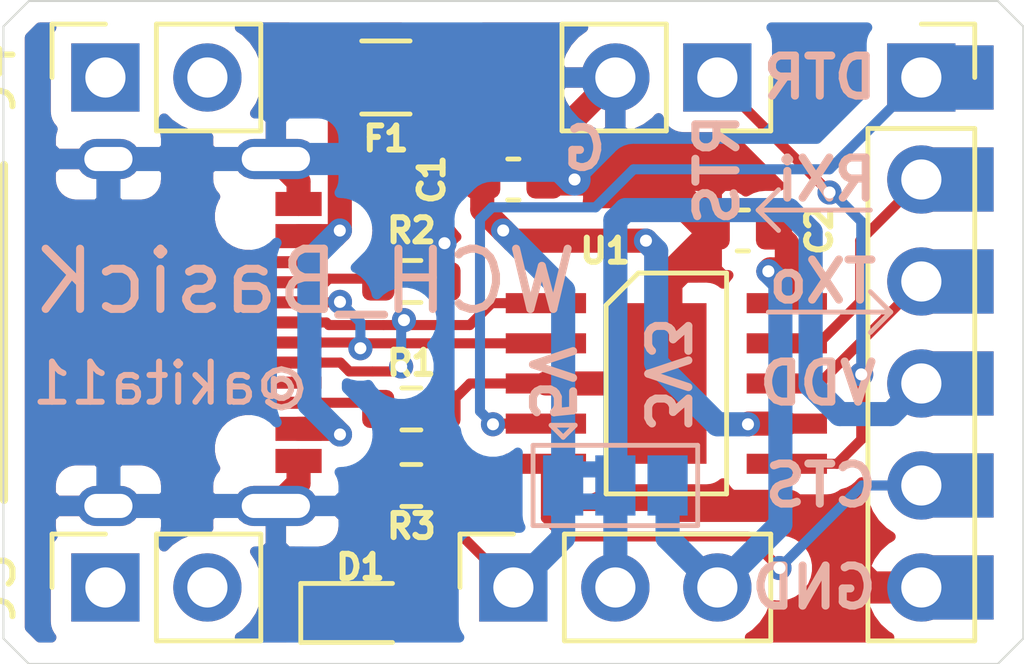
<source format=kicad_pcb>
(kicad_pcb (version 20171130) (host pcbnew "(5.1.9-0-10_14)")

  (general
    (thickness 1.6)
    (drawings 26)
    (tracks 157)
    (zones 0)
    (modules 21)
    (nets 22)
  )

  (page A4)
  (layers
    (0 F.Cu signal)
    (31 B.Cu signal)
    (32 B.Adhes user)
    (33 F.Adhes user)
    (34 B.Paste user)
    (35 F.Paste user hide)
    (36 B.SilkS user)
    (37 F.SilkS user hide)
    (38 B.Mask user)
    (39 F.Mask user hide)
    (44 Edge.Cuts user)
    (45 Margin user)
    (46 B.CrtYd user)
    (47 F.CrtYd user)
    (48 B.Fab user hide)
    (49 F.Fab user hide)
  )

  (setup
    (last_trace_width 0.6)
    (user_trace_width 0.4)
    (user_trace_width 0.6)
    (user_trace_width 0.8)
    (user_trace_width 1.2)
    (user_trace_width 2.54)
    (trace_clearance 0.1524)
    (zone_clearance 0.508)
    (zone_45_only no)
    (trace_min 0.2)
    (via_size 0.8)
    (via_drill 0.3)
    (via_min_size 0.6)
    (via_min_drill 0.3)
    (user_via 0.6 0.3)
    (user_via 0.9 0.6)
    (user_via 1.6 0.9)
    (uvia_size 0.3)
    (uvia_drill 0.1)
    (uvias_allowed no)
    (uvia_min_size 0.3)
    (uvia_min_drill 0.1)
    (edge_width 0.05)
    (segment_width 0.2)
    (pcb_text_width 0.3)
    (pcb_text_size 1.5 1.5)
    (mod_edge_width 0.12)
    (mod_text_size 1 1)
    (mod_text_width 0.15)
    (pad_size 1.524 1.524)
    (pad_drill 0.762)
    (pad_to_mask_clearance 0)
    (aux_axis_origin 0 0)
    (visible_elements FFFFFF7F)
    (pcbplotparams
      (layerselection 0x010fc_ffffffff)
      (usegerberextensions true)
      (usegerberattributes true)
      (usegerberadvancedattributes true)
      (creategerberjobfile true)
      (excludeedgelayer true)
      (linewidth 0.100000)
      (plotframeref false)
      (viasonmask false)
      (mode 1)
      (useauxorigin false)
      (hpglpennumber 1)
      (hpglpenspeed 20)
      (hpglpendiameter 15.000000)
      (psnegative false)
      (psa4output false)
      (plotreference true)
      (plotvalue true)
      (plotinvisibletext false)
      (padsonsilk false)
      (subtractmaskfromsilk false)
      (outputformat 1)
      (mirror false)
      (drillshape 0)
      (scaleselection 1)
      (outputdirectory ""))
  )

  (net 0 "")
  (net 1 GND)
  (net 2 +5V)
  (net 3 +3V3)
  (net 4 "Net-(CN1-PadB5)")
  (net 5 "Net-(CN1-PadA8)")
  (net 6 "Net-(CN1-PadA6)")
  (net 7 "Net-(CN1-PadA7)")
  (net 8 "Net-(CN1-PadA5)")
  (net 9 "Net-(CN1-PadB8)")
  (net 10 "Net-(CN1-PadA4)")
  (net 11 "Net-(D1-Pad2)")
  (net 12 /CTS)
  (net 13 /VCC)
  (net 14 /TXD)
  (net 15 /RXD)
  (net 16 /DTR)
  (net 17 /RTS)
  (net 18 "Net-(J4-Pad2)")
  (net 19 "Net-(J4-Pad1)")
  (net 20 "Net-(J5-Pad2)")
  (net 21 "Net-(J5-Pad1)")

  (net_class Default "This is the default net class."
    (clearance 0.1524)
    (trace_width 0.25)
    (via_dia 0.8)
    (via_drill 0.3)
    (uvia_dia 0.3)
    (uvia_drill 0.1)
    (add_net +3V3)
    (add_net +5V)
    (add_net /CTS)
    (add_net /DTR)
    (add_net /RTS)
    (add_net /RXD)
    (add_net /TXD)
    (add_net /VCC)
    (add_net GND)
    (add_net "Net-(CN1-PadA4)")
    (add_net "Net-(CN1-PadA5)")
    (add_net "Net-(CN1-PadA6)")
    (add_net "Net-(CN1-PadA7)")
    (add_net "Net-(CN1-PadA8)")
    (add_net "Net-(CN1-PadB5)")
    (add_net "Net-(CN1-PadB8)")
    (add_net "Net-(D1-Pad2)")
    (add_net "Net-(J4-Pad1)")
    (add_net "Net-(J4-Pad2)")
    (add_net "Net-(J5-Pad1)")
    (add_net "Net-(J5-Pad2)")
  )

  (module Connector_PinSocket_2.54mm:PinSocket_1x06_P2.54mm_Vertical (layer F.Cu) (tedit 5A19A430) (tstamp 609CFA39)
    (at 73.66 55.88)
    (descr "Through hole straight socket strip, 1x06, 2.54mm pitch, single row (from Kicad 4.0.7), script generated")
    (tags "Through hole socket strip THT 1x06 2.54mm single row")
    (path /609E3F1E)
    (fp_text reference J1 (at 0 -2.77) (layer F.SilkS) hide
      (effects (font (size 1 1) (thickness 0.15)))
    )
    (fp_text value Conn_01x06 (at 0 15.47) (layer F.Fab) hide
      (effects (font (size 1 1) (thickness 0.15)))
    )
    (fp_text user %R (at 0 6.35 90) (layer F.Fab) hide
      (effects (font (size 1 1) (thickness 0.15)))
    )
    (fp_line (start -1.27 -1.27) (end 0.635 -1.27) (layer F.Fab) (width 0.1))
    (fp_line (start 0.635 -1.27) (end 1.27 -0.635) (layer F.Fab) (width 0.1))
    (fp_line (start 1.27 -0.635) (end 1.27 13.97) (layer F.Fab) (width 0.1))
    (fp_line (start 1.27 13.97) (end -1.27 13.97) (layer F.Fab) (width 0.1))
    (fp_line (start -1.27 13.97) (end -1.27 -1.27) (layer F.Fab) (width 0.1))
    (fp_line (start -1.33 1.27) (end 1.33 1.27) (layer F.SilkS) (width 0.12))
    (fp_line (start -1.33 1.27) (end -1.33 14.03) (layer F.SilkS) (width 0.12))
    (fp_line (start -1.33 14.03) (end 1.33 14.03) (layer F.SilkS) (width 0.12))
    (fp_line (start 1.33 1.27) (end 1.33 14.03) (layer F.SilkS) (width 0.12))
    (fp_line (start 1.33 -1.33) (end 1.33 0) (layer F.SilkS) (width 0.12))
    (fp_line (start 0 -1.33) (end 1.33 -1.33) (layer F.SilkS) (width 0.12))
    (fp_line (start -1.8 -1.8) (end 1.75 -1.8) (layer F.CrtYd) (width 0.05))
    (fp_line (start 1.75 -1.8) (end 1.75 14.45) (layer F.CrtYd) (width 0.05))
    (fp_line (start 1.75 14.45) (end -1.8 14.45) (layer F.CrtYd) (width 0.05))
    (fp_line (start -1.8 14.45) (end -1.8 -1.8) (layer F.CrtYd) (width 0.05))
    (pad 6 thru_hole oval (at 0 12.7) (size 1.7 1.7) (drill 1) (layers *.Cu *.Mask)
      (net 1 GND))
    (pad 5 thru_hole oval (at 0 10.16) (size 1.7 1.7) (drill 1) (layers *.Cu *.Mask)
      (net 12 /CTS))
    (pad 4 thru_hole oval (at 0 7.62) (size 1.7 1.7) (drill 1) (layers *.Cu *.Mask)
      (net 13 /VCC))
    (pad 3 thru_hole oval (at 0 5.08) (size 1.7 1.7) (drill 1) (layers *.Cu *.Mask)
      (net 14 /TXD))
    (pad 2 thru_hole oval (at 0 2.54) (size 1.7 1.7) (drill 1) (layers *.Cu *.Mask)
      (net 15 /RXD))
    (pad 1 thru_hole rect (at 0 0) (size 1.7 1.7) (drill 1) (layers *.Cu *.Mask)
      (net 16 /DTR))
    (model ${KISYS3DMOD}/Connector_PinSocket_2.54mm.3dshapes/PinSocket_1x06_P2.54mm_Vertical.wrl
      (at (xyz 0 0 0))
      (scale (xyz 1 1 1))
      (rotate (xyz 0 0 0))
    )
  )

  (module akita:1p_RoundRect (layer F.Cu) (tedit 609C7A16) (tstamp 609CEF9A)
    (at 73.66 68.58)
    (attr virtual)
    (fp_text reference REF** (at 1 1.5) (layer F.SilkS) hide
      (effects (font (size 1 1) (thickness 0.15)))
    )
    (fp_text value 1p_RoundRect (at 0.5 -1.5) (layer F.Fab) hide
      (effects (font (size 1 1) (thickness 0.15)))
    )
    (pad 1 smd circle (at 0 0) (size 1.6 1.6) (layers B.Cu B.Paste B.Mask))
    (pad 1 smd rect (at 0.9 0) (size 1.8 1.6) (layers B.Cu B.Paste B.Mask))
    (pad 1 smd rect (at 0.9 0) (size 1.8 1.6) (layers F.Cu F.Paste F.Mask))
    (pad 1 smd circle (at 0 0) (size 1.6 1.6) (layers F.Cu F.Paste F.Mask))
  )

  (module akita:1p_RoundRect (layer F.Cu) (tedit 609C7A16) (tstamp 609CEF61)
    (at 73.66 66.04)
    (attr virtual)
    (fp_text reference REF** (at 1 1.5) (layer F.SilkS) hide
      (effects (font (size 1 1) (thickness 0.15)))
    )
    (fp_text value 1p_RoundRect (at 0.5 -1.5) (layer F.Fab) hide
      (effects (font (size 1 1) (thickness 0.15)))
    )
    (pad 1 smd circle (at 0 0) (size 1.6 1.6) (layers B.Cu B.Paste B.Mask))
    (pad 1 smd rect (at 0.9 0) (size 1.8 1.6) (layers B.Cu B.Paste B.Mask))
    (pad 1 smd rect (at 0.9 0) (size 1.8 1.6) (layers F.Cu F.Paste F.Mask))
    (pad 1 smd circle (at 0 0) (size 1.6 1.6) (layers F.Cu F.Paste F.Mask))
  )

  (module akita:1p_RoundRect (layer F.Cu) (tedit 609C7A16) (tstamp 609CEF28)
    (at 73.66 63.5)
    (attr virtual)
    (fp_text reference REF** (at 1 1.5) (layer F.SilkS) hide
      (effects (font (size 1 1) (thickness 0.15)))
    )
    (fp_text value 1p_RoundRect (at 0.5 -1.5) (layer F.Fab) hide
      (effects (font (size 1 1) (thickness 0.15)))
    )
    (pad 1 smd circle (at 0 0) (size 1.6 1.6) (layers B.Cu B.Paste B.Mask))
    (pad 1 smd rect (at 0.9 0) (size 1.8 1.6) (layers B.Cu B.Paste B.Mask))
    (pad 1 smd rect (at 0.9 0) (size 1.8 1.6) (layers F.Cu F.Paste F.Mask))
    (pad 1 smd circle (at 0 0) (size 1.6 1.6) (layers F.Cu F.Paste F.Mask))
  )

  (module akita:1p_RoundRect (layer F.Cu) (tedit 609C7A16) (tstamp 609CEEEF)
    (at 73.66 60.96)
    (attr virtual)
    (fp_text reference REF** (at 1 1.5) (layer F.SilkS) hide
      (effects (font (size 1 1) (thickness 0.15)))
    )
    (fp_text value 1p_RoundRect (at 0.5 -1.5) (layer F.Fab) hide
      (effects (font (size 1 1) (thickness 0.15)))
    )
    (pad 1 smd circle (at 0 0) (size 1.6 1.6) (layers B.Cu B.Paste B.Mask))
    (pad 1 smd rect (at 0.9 0) (size 1.8 1.6) (layers B.Cu B.Paste B.Mask))
    (pad 1 smd rect (at 0.9 0) (size 1.8 1.6) (layers F.Cu F.Paste F.Mask))
    (pad 1 smd circle (at 0 0) (size 1.6 1.6) (layers F.Cu F.Paste F.Mask))
  )

  (module akita:1p_RoundRect (layer F.Cu) (tedit 609C7A16) (tstamp 609CFFF2)
    (at 73.66 58.42)
    (attr virtual)
    (fp_text reference REF** (at 1 1.5) (layer F.SilkS) hide
      (effects (font (size 1 1) (thickness 0.15)))
    )
    (fp_text value 1p_RoundRect (at 0.5 -1.5) (layer F.Fab) hide
      (effects (font (size 1 1) (thickness 0.15)))
    )
    (pad 1 smd circle (at 0 0) (size 1.6 1.6) (layers B.Cu B.Paste B.Mask))
    (pad 1 smd rect (at 0.9 0) (size 1.8 1.6) (layers B.Cu B.Paste B.Mask))
    (pad 1 smd rect (at 0.9 0) (size 1.8 1.6) (layers F.Cu F.Paste F.Mask))
    (pad 1 smd circle (at 0 0) (size 1.6 1.6) (layers F.Cu F.Paste F.Mask))
  )

  (module akita:1p_RoundRect (layer F.Cu) (tedit 609C7A16) (tstamp 609CEE26)
    (at 73.66 55.88)
    (attr virtual)
    (fp_text reference REF** (at 1 1.5) (layer F.SilkS) hide
      (effects (font (size 1 1) (thickness 0.15)))
    )
    (fp_text value 1p_RoundRect (at 0.5 -1.5) (layer F.Fab) hide
      (effects (font (size 1 1) (thickness 0.15)))
    )
    (pad 1 smd circle (at 0 0) (size 1.6 1.6) (layers B.Cu B.Paste B.Mask))
    (pad 1 smd rect (at 0.9 0) (size 1.8 1.6) (layers B.Cu B.Paste B.Mask))
    (pad 1 smd rect (at 0.9 0) (size 1.8 1.6) (layers F.Cu F.Paste F.Mask))
    (pad 1 smd circle (at 0 0) (size 1.6 1.6) (layers F.Cu F.Paste F.Mask))
  )

  (module Connector_PinSocket_2.54mm:PinSocket_1x02_P2.54mm_Vertical (layer F.Cu) (tedit 5A19A420) (tstamp 609CE401)
    (at 53.34 68.58 90)
    (descr "Through hole straight socket strip, 1x02, 2.54mm pitch, single row (from Kicad 4.0.7), script generated")
    (tags "Through hole socket strip THT 1x02 2.54mm single row")
    (path /60A1887E)
    (fp_text reference J5 (at 0 -2.77 90) (layer F.SilkS)
      (effects (font (size 1 1) (thickness 0.15)))
    )
    (fp_text value Conn_01x02 (at 0 5.31 90) (layer F.Fab)
      (effects (font (size 1 1) (thickness 0.15)))
    )
    (fp_text user %R (at 0 1.27) (layer F.Fab)
      (effects (font (size 1 1) (thickness 0.15)))
    )
    (fp_line (start -1.27 -1.27) (end 0.635 -1.27) (layer F.Fab) (width 0.1))
    (fp_line (start 0.635 -1.27) (end 1.27 -0.635) (layer F.Fab) (width 0.1))
    (fp_line (start 1.27 -0.635) (end 1.27 3.81) (layer F.Fab) (width 0.1))
    (fp_line (start 1.27 3.81) (end -1.27 3.81) (layer F.Fab) (width 0.1))
    (fp_line (start -1.27 3.81) (end -1.27 -1.27) (layer F.Fab) (width 0.1))
    (fp_line (start -1.33 1.27) (end 1.33 1.27) (layer F.SilkS) (width 0.12))
    (fp_line (start -1.33 1.27) (end -1.33 3.87) (layer F.SilkS) (width 0.12))
    (fp_line (start -1.33 3.87) (end 1.33 3.87) (layer F.SilkS) (width 0.12))
    (fp_line (start 1.33 1.27) (end 1.33 3.87) (layer F.SilkS) (width 0.12))
    (fp_line (start 1.33 -1.33) (end 1.33 0) (layer F.SilkS) (width 0.12))
    (fp_line (start 0 -1.33) (end 1.33 -1.33) (layer F.SilkS) (width 0.12))
    (fp_line (start -1.8 -1.8) (end 1.75 -1.8) (layer F.CrtYd) (width 0.05))
    (fp_line (start 1.75 -1.8) (end 1.75 4.3) (layer F.CrtYd) (width 0.05))
    (fp_line (start 1.75 4.3) (end -1.8 4.3) (layer F.CrtYd) (width 0.05))
    (fp_line (start -1.8 4.3) (end -1.8 -1.8) (layer F.CrtYd) (width 0.05))
    (pad 2 thru_hole oval (at 0 2.54 90) (size 1.7 1.7) (drill 1) (layers *.Cu *.Mask)
      (net 20 "Net-(J5-Pad2)"))
    (pad 1 thru_hole rect (at 0 0 90) (size 1.7 1.7) (drill 1) (layers *.Cu *.Mask)
      (net 21 "Net-(J5-Pad1)"))
    (model ${KISYS3DMOD}/Connector_PinSocket_2.54mm.3dshapes/PinSocket_1x02_P2.54mm_Vertical.wrl
      (at (xyz 0 0 0))
      (scale (xyz 1 1 1))
      (rotate (xyz 0 0 0))
    )
  )

  (module Connector_PinSocket_2.54mm:PinSocket_1x02_P2.54mm_Vertical (layer F.Cu) (tedit 5A19A420) (tstamp 609CE440)
    (at 53.34 55.88 90)
    (descr "Through hole straight socket strip, 1x02, 2.54mm pitch, single row (from Kicad 4.0.7), script generated")
    (tags "Through hole socket strip THT 1x02 2.54mm single row")
    (path /60A19358)
    (fp_text reference J4 (at 0 -2.77 90) (layer F.SilkS)
      (effects (font (size 1 1) (thickness 0.15)))
    )
    (fp_text value Conn_01x02 (at 0 5.31 90) (layer F.Fab)
      (effects (font (size 1 1) (thickness 0.15)))
    )
    (fp_text user %R (at 0 1.27) (layer F.Fab)
      (effects (font (size 1 1) (thickness 0.15)))
    )
    (fp_line (start -1.27 -1.27) (end 0.635 -1.27) (layer F.Fab) (width 0.1))
    (fp_line (start 0.635 -1.27) (end 1.27 -0.635) (layer F.Fab) (width 0.1))
    (fp_line (start 1.27 -0.635) (end 1.27 3.81) (layer F.Fab) (width 0.1))
    (fp_line (start 1.27 3.81) (end -1.27 3.81) (layer F.Fab) (width 0.1))
    (fp_line (start -1.27 3.81) (end -1.27 -1.27) (layer F.Fab) (width 0.1))
    (fp_line (start -1.33 1.27) (end 1.33 1.27) (layer F.SilkS) (width 0.12))
    (fp_line (start -1.33 1.27) (end -1.33 3.87) (layer F.SilkS) (width 0.12))
    (fp_line (start -1.33 3.87) (end 1.33 3.87) (layer F.SilkS) (width 0.12))
    (fp_line (start 1.33 1.27) (end 1.33 3.87) (layer F.SilkS) (width 0.12))
    (fp_line (start 1.33 -1.33) (end 1.33 0) (layer F.SilkS) (width 0.12))
    (fp_line (start 0 -1.33) (end 1.33 -1.33) (layer F.SilkS) (width 0.12))
    (fp_line (start -1.8 -1.8) (end 1.75 -1.8) (layer F.CrtYd) (width 0.05))
    (fp_line (start 1.75 -1.8) (end 1.75 4.3) (layer F.CrtYd) (width 0.05))
    (fp_line (start 1.75 4.3) (end -1.8 4.3) (layer F.CrtYd) (width 0.05))
    (fp_line (start -1.8 4.3) (end -1.8 -1.8) (layer F.CrtYd) (width 0.05))
    (pad 2 thru_hole oval (at 0 2.54 90) (size 1.7 1.7) (drill 1) (layers *.Cu *.Mask)
      (net 18 "Net-(J4-Pad2)"))
    (pad 1 thru_hole rect (at 0 0 90) (size 1.7 1.7) (drill 1) (layers *.Cu *.Mask)
      (net 19 "Net-(J4-Pad1)"))
    (model ${KISYS3DMOD}/Connector_PinSocket_2.54mm.3dshapes/PinSocket_1x02_P2.54mm_Vertical.wrl
      (at (xyz 0 0 0))
      (scale (xyz 1 1 1))
      (rotate (xyz 0 0 0))
    )
  )

  (module akita:ESOIC-10_P1.0mm (layer F.Cu) (tedit 609B97A3) (tstamp 609D079F)
    (at 67.31 63.5 270)
    (path /609DFEC5)
    (attr smd)
    (fp_text reference U1 (at -3.302 1.524) (layer F.SilkS)
      (effects (font (size 0.6 0.6) (thickness 0.15)))
    )
    (fp_text value CH340K (at 0 0 90) (layer F.Fab)
      (effects (font (size 1 1) (thickness 0.15)))
    )
    (fp_line (start -1.95 1.5) (end -2.75 0.7) (layer F.SilkS) (width 0.12))
    (fp_line (start -2.75 0.7) (end -2.75 -1.5) (layer F.SilkS) (width 0.12))
    (fp_line (start -2.75 -1.5) (end 2.75 -1.5) (layer F.SilkS) (width 0.12))
    (fp_line (start 2.75 -1.5) (end 2.75 1.5) (layer F.SilkS) (width 0.12))
    (fp_line (start 2.75 1.5) (end -1.95 1.5) (layer F.SilkS) (width 0.12))
    (fp_line (start -2.5 -4.25) (end 2.5 -4.25) (layer F.CrtYd) (width 0.05))
    (fp_line (start 2.5 -4.25) (end 2.5 4.25) (layer F.CrtYd) (width 0.05))
    (fp_line (start 2.5 4.25) (end -2.5 4.25) (layer F.CrtYd) (width 0.05))
    (fp_line (start -2.5 4.25) (end -2.5 -4.25) (layer F.CrtYd) (width 0.05))
    (pad 0 smd rect (at 0 0 270) (size 4 2) (layers F.Cu F.Paste F.Mask)
      (net 1 GND))
    (pad 5 smd rect (at 2 3 270) (size 0.5 2) (layers F.Cu F.Paste F.Mask)
      (net 12 /CTS))
    (pad 6 smd rect (at 2 -3 270) (size 0.5 2) (layers F.Cu F.Paste F.Mask)
      (net 17 /RTS))
    (pad 4 smd rect (at 1 3 270) (size 0.5 2) (layers F.Cu F.Paste F.Mask)
      (net 16 /DTR))
    (pad 7 smd rect (at 1 -3 270) (size 0.5 2) (layers F.Cu F.Paste F.Mask)
      (net 2 +5V))
    (pad 3 smd rect (at 0 3 270) (size 0.5 2) (layers F.Cu F.Paste F.Mask)
      (net 1 GND))
    (pad 8 smd rect (at 0 -3 270) (size 0.5 2) (layers F.Cu F.Paste F.Mask)
      (net 14 /TXD))
    (pad 2 smd rect (at -1 3 270) (size 0.5 2) (layers F.Cu F.Paste F.Mask)
      (net 7 "Net-(CN1-PadA7)"))
    (pad 9 smd rect (at -1 -3 270) (size 0.5 2) (layers F.Cu F.Paste F.Mask)
      (net 15 /RXD))
    (pad 1 smd rect (at -2 3 270) (size 0.5 2) (layers F.Cu F.Paste F.Mask)
      (net 6 "Net-(CN1-PadA6)"))
    (pad 10 smd rect (at -2 -3 270) (size 0.5 2) (layers F.Cu F.Paste F.Mask)
      (net 3 +3V3))
  )

  (module Resistor_SMD:R_0603_1608Metric (layer F.Cu) (tedit 5F68FEEE) (tstamp 609CF398)
    (at 60.96 66.04)
    (descr "Resistor SMD 0603 (1608 Metric), square (rectangular) end terminal, IPC_7351 nominal, (Body size source: IPC-SM-782 page 72, https://www.pcb-3d.com/wordpress/wp-content/uploads/ipc-sm-782a_amendment_1_and_2.pdf), generated with kicad-footprint-generator")
    (tags resistor)
    (path /609E2373)
    (attr smd)
    (fp_text reference R3 (at 0 1.016) (layer F.SilkS)
      (effects (font (size 0.6 0.6) (thickness 0.15)))
    )
    (fp_text value 1k (at 0 1.43) (layer F.Fab)
      (effects (font (size 1 1) (thickness 0.15)))
    )
    (fp_text user %R (at 0 0) (layer F.Fab)
      (effects (font (size 0.4 0.4) (thickness 0.06)))
    )
    (fp_line (start -0.8 0.4125) (end -0.8 -0.4125) (layer F.Fab) (width 0.1))
    (fp_line (start -0.8 -0.4125) (end 0.8 -0.4125) (layer F.Fab) (width 0.1))
    (fp_line (start 0.8 -0.4125) (end 0.8 0.4125) (layer F.Fab) (width 0.1))
    (fp_line (start 0.8 0.4125) (end -0.8 0.4125) (layer F.Fab) (width 0.1))
    (fp_line (start -0.237258 -0.5225) (end 0.237258 -0.5225) (layer F.SilkS) (width 0.12))
    (fp_line (start -0.237258 0.5225) (end 0.237258 0.5225) (layer F.SilkS) (width 0.12))
    (fp_line (start -1.48 0.73) (end -1.48 -0.73) (layer F.CrtYd) (width 0.05))
    (fp_line (start -1.48 -0.73) (end 1.48 -0.73) (layer F.CrtYd) (width 0.05))
    (fp_line (start 1.48 -0.73) (end 1.48 0.73) (layer F.CrtYd) (width 0.05))
    (fp_line (start 1.48 0.73) (end -1.48 0.73) (layer F.CrtYd) (width 0.05))
    (pad 2 smd roundrect (at 0.825 0) (size 0.8 0.95) (layers F.Cu F.Paste F.Mask) (roundrect_rratio 0.25)
      (net 2 +5V))
    (pad 1 smd roundrect (at -0.825 0) (size 0.8 0.95) (layers F.Cu F.Paste F.Mask) (roundrect_rratio 0.25)
      (net 11 "Net-(D1-Pad2)"))
    (model ${KISYS3DMOD}/Resistor_SMD.3dshapes/R_0603_1608Metric.wrl
      (at (xyz 0 0 0))
      (scale (xyz 1 1 1))
      (rotate (xyz 0 0 0))
    )
  )

  (module Resistor_SMD:R_0603_1608Metric (layer F.Cu) (tedit 5F68FEEE) (tstamp 609CD72E)
    (at 60.96 60.96)
    (descr "Resistor SMD 0603 (1608 Metric), square (rectangular) end terminal, IPC_7351 nominal, (Body size source: IPC-SM-782 page 72, https://www.pcb-3d.com/wordpress/wp-content/uploads/ipc-sm-782a_amendment_1_and_2.pdf), generated with kicad-footprint-generator")
    (tags resistor)
    (path /609E2171)
    (attr smd)
    (fp_text reference R2 (at 0 -1.27) (layer F.SilkS)
      (effects (font (size 0.6 0.6) (thickness 0.15)))
    )
    (fp_text value 5.1k (at 0 1.43) (layer F.Fab)
      (effects (font (size 1 1) (thickness 0.15)))
    )
    (fp_text user %R (at 0 0) (layer F.Fab)
      (effects (font (size 0.4 0.4) (thickness 0.06)))
    )
    (fp_line (start -0.8 0.4125) (end -0.8 -0.4125) (layer F.Fab) (width 0.1))
    (fp_line (start -0.8 -0.4125) (end 0.8 -0.4125) (layer F.Fab) (width 0.1))
    (fp_line (start 0.8 -0.4125) (end 0.8 0.4125) (layer F.Fab) (width 0.1))
    (fp_line (start 0.8 0.4125) (end -0.8 0.4125) (layer F.Fab) (width 0.1))
    (fp_line (start -0.237258 -0.5225) (end 0.237258 -0.5225) (layer F.SilkS) (width 0.12))
    (fp_line (start -0.237258 0.5225) (end 0.237258 0.5225) (layer F.SilkS) (width 0.12))
    (fp_line (start -1.48 0.73) (end -1.48 -0.73) (layer F.CrtYd) (width 0.05))
    (fp_line (start -1.48 -0.73) (end 1.48 -0.73) (layer F.CrtYd) (width 0.05))
    (fp_line (start 1.48 -0.73) (end 1.48 0.73) (layer F.CrtYd) (width 0.05))
    (fp_line (start 1.48 0.73) (end -1.48 0.73) (layer F.CrtYd) (width 0.05))
    (pad 2 smd roundrect (at 0.825 0) (size 0.8 0.95) (layers F.Cu F.Paste F.Mask) (roundrect_rratio 0.25)
      (net 1 GND))
    (pad 1 smd roundrect (at -0.825 0) (size 0.8 0.95) (layers F.Cu F.Paste F.Mask) (roundrect_rratio 0.25)
      (net 8 "Net-(CN1-PadA5)"))
    (model ${KISYS3DMOD}/Resistor_SMD.3dshapes/R_0603_1608Metric.wrl
      (at (xyz 0 0 0))
      (scale (xyz 1 1 1))
      (rotate (xyz 0 0 0))
    )
  )

  (module Resistor_SMD:R_0603_1608Metric (layer F.Cu) (tedit 5F68FEEE) (tstamp 609CD71D)
    (at 60.96 64.135)
    (descr "Resistor SMD 0603 (1608 Metric), square (rectangular) end terminal, IPC_7351 nominal, (Body size source: IPC-SM-782 page 72, https://www.pcb-3d.com/wordpress/wp-content/uploads/ipc-sm-782a_amendment_1_and_2.pdf), generated with kicad-footprint-generator")
    (tags resistor)
    (path /609E1D7B)
    (attr smd)
    (fp_text reference R1 (at 0 -1.143) (layer F.SilkS)
      (effects (font (size 0.6 0.6) (thickness 0.15)))
    )
    (fp_text value 5.1k (at 0 1.43) (layer F.Fab)
      (effects (font (size 1 1) (thickness 0.15)))
    )
    (fp_text user %R (at 0 0) (layer F.Fab)
      (effects (font (size 0.4 0.4) (thickness 0.06)))
    )
    (fp_line (start -0.8 0.4125) (end -0.8 -0.4125) (layer F.Fab) (width 0.1))
    (fp_line (start -0.8 -0.4125) (end 0.8 -0.4125) (layer F.Fab) (width 0.1))
    (fp_line (start 0.8 -0.4125) (end 0.8 0.4125) (layer F.Fab) (width 0.1))
    (fp_line (start 0.8 0.4125) (end -0.8 0.4125) (layer F.Fab) (width 0.1))
    (fp_line (start -0.237258 -0.5225) (end 0.237258 -0.5225) (layer F.SilkS) (width 0.12))
    (fp_line (start -0.237258 0.5225) (end 0.237258 0.5225) (layer F.SilkS) (width 0.12))
    (fp_line (start -1.48 0.73) (end -1.48 -0.73) (layer F.CrtYd) (width 0.05))
    (fp_line (start -1.48 -0.73) (end 1.48 -0.73) (layer F.CrtYd) (width 0.05))
    (fp_line (start 1.48 -0.73) (end 1.48 0.73) (layer F.CrtYd) (width 0.05))
    (fp_line (start 1.48 0.73) (end -1.48 0.73) (layer F.CrtYd) (width 0.05))
    (pad 2 smd roundrect (at 0.825 0) (size 0.8 0.95) (layers F.Cu F.Paste F.Mask) (roundrect_rratio 0.25)
      (net 1 GND))
    (pad 1 smd roundrect (at -0.825 0) (size 0.8 0.95) (layers F.Cu F.Paste F.Mask) (roundrect_rratio 0.25)
      (net 4 "Net-(CN1-PadB5)"))
    (model ${KISYS3DMOD}/Resistor_SMD.3dshapes/R_0603_1608Metric.wrl
      (at (xyz 0 0 0))
      (scale (xyz 1 1 1))
      (rotate (xyz 0 0 0))
    )
  )

  (module Jumper:SolderJumper-3_P1.3mm_Bridged2Bar12_Pad1.0x1.5mm (layer B.Cu) (tedit 5C756AFF) (tstamp 609CE740)
    (at 66.04 66.04)
    (descr "SMD Solder 3-pad Jumper, 1x1.5mm Pads, 0.3mm gap, pads 1-2 Bridged2Bar with 2 copper strip")
    (tags "solder jumper open")
    (path /60A05EBC)
    (attr virtual)
    (fp_text reference JP1 (at 0 1.8) (layer B.SilkS) hide
      (effects (font (size 1 1) (thickness 0.15)) (justify mirror))
    )
    (fp_text value Jumper_3_Bridged12 (at 0 -2) (layer B.Fab) hide
      (effects (font (size 1 1) (thickness 0.15)) (justify mirror))
    )
    (fp_line (start -1.3 -1.2) (end -1 -1.5) (layer B.SilkS) (width 0.12))
    (fp_line (start -1.6 -1.5) (end -1 -1.5) (layer B.SilkS) (width 0.12))
    (fp_line (start -1.3 -1.2) (end -1.6 -1.5) (layer B.SilkS) (width 0.12))
    (fp_line (start -2.05 -1) (end -2.05 1) (layer B.SilkS) (width 0.12))
    (fp_line (start 2.05 -1) (end -2.05 -1) (layer B.SilkS) (width 0.12))
    (fp_line (start 2.05 1) (end 2.05 -1) (layer B.SilkS) (width 0.12))
    (fp_line (start -2.05 1) (end 2.05 1) (layer B.SilkS) (width 0.12))
    (fp_line (start -2.3 1.25) (end 2.3 1.25) (layer B.CrtYd) (width 0.05))
    (fp_line (start -2.3 1.25) (end -2.3 -1.25) (layer B.CrtYd) (width 0.05))
    (fp_line (start 2.3 -1.25) (end 2.3 1.25) (layer B.CrtYd) (width 0.05))
    (fp_line (start 2.3 -1.25) (end -2.3 -1.25) (layer B.CrtYd) (width 0.05))
    (fp_poly (pts (xy -0.9 0.6) (xy -0.4 0.6) (xy -0.4 0.2) (xy -0.9 0.2)) (layer B.Cu) (width 0))
    (fp_poly (pts (xy -0.9 -0.2) (xy -0.4 -0.2) (xy -0.4 -0.6) (xy -0.9 -0.6)) (layer B.Cu) (width 0))
    (pad 2 smd rect (at 0 0) (size 1 1.5) (layers B.Cu B.Mask)
      (net 13 /VCC))
    (pad 3 smd rect (at 1.3 0) (size 1 1.5) (layers B.Cu B.Mask)
      (net 3 +3V3))
    (pad 1 smd rect (at -1.3 0) (size 1 1.5) (layers B.Cu B.Mask)
      (net 2 +5V))
  )

  (module Connector_PinSocket_2.54mm:PinSocket_1x03_P2.54mm_Vertical (layer F.Cu) (tedit 5A19A429) (tstamp 609CE93B)
    (at 63.5 68.58 90)
    (descr "Through hole straight socket strip, 1x03, 2.54mm pitch, single row (from Kicad 4.0.7), script generated")
    (tags "Through hole socket strip THT 1x03 2.54mm single row")
    (path /60A01A83)
    (fp_text reference J3 (at 0 -2.77 90) (layer F.SilkS) hide
      (effects (font (size 1 1) (thickness 0.15)))
    )
    (fp_text value Conn_01x03 (at 0 7.85 90) (layer F.Fab) hide
      (effects (font (size 1 1) (thickness 0.15)))
    )
    (fp_text user %R (at 0 2.54) (layer F.Fab) hide
      (effects (font (size 1 1) (thickness 0.15)))
    )
    (fp_line (start -1.27 -1.27) (end 0.635 -1.27) (layer F.Fab) (width 0.1))
    (fp_line (start 0.635 -1.27) (end 1.27 -0.635) (layer F.Fab) (width 0.1))
    (fp_line (start 1.27 -0.635) (end 1.27 6.35) (layer F.Fab) (width 0.1))
    (fp_line (start 1.27 6.35) (end -1.27 6.35) (layer F.Fab) (width 0.1))
    (fp_line (start -1.27 6.35) (end -1.27 -1.27) (layer F.Fab) (width 0.1))
    (fp_line (start -1.33 1.27) (end 1.33 1.27) (layer F.SilkS) (width 0.12))
    (fp_line (start -1.33 1.27) (end -1.33 6.41) (layer F.SilkS) (width 0.12))
    (fp_line (start -1.33 6.41) (end 1.33 6.41) (layer F.SilkS) (width 0.12))
    (fp_line (start 1.33 1.27) (end 1.33 6.41) (layer F.SilkS) (width 0.12))
    (fp_line (start 1.33 -1.33) (end 1.33 0) (layer F.SilkS) (width 0.12))
    (fp_line (start 0 -1.33) (end 1.33 -1.33) (layer F.SilkS) (width 0.12))
    (fp_line (start -1.8 -1.8) (end 1.75 -1.8) (layer F.CrtYd) (width 0.05))
    (fp_line (start 1.75 -1.8) (end 1.75 6.85) (layer F.CrtYd) (width 0.05))
    (fp_line (start 1.75 6.85) (end -1.8 6.85) (layer F.CrtYd) (width 0.05))
    (fp_line (start -1.8 6.85) (end -1.8 -1.8) (layer F.CrtYd) (width 0.05))
    (pad 3 thru_hole oval (at 0 5.08 90) (size 1.7 1.7) (drill 1) (layers *.Cu *.Mask)
      (net 3 +3V3))
    (pad 2 thru_hole oval (at 0 2.54 90) (size 1.7 1.7) (drill 1) (layers *.Cu *.Mask)
      (net 13 /VCC))
    (pad 1 thru_hole rect (at 0 0 90) (size 1.7 1.7) (drill 1) (layers *.Cu *.Mask)
      (net 2 +5V))
    (model ${KISYS3DMOD}/Connector_PinSocket_2.54mm.3dshapes/PinSocket_1x03_P2.54mm_Vertical.wrl
      (at (xyz 0 0 0))
      (scale (xyz 1 1 1))
      (rotate (xyz 0 0 0))
    )
  )

  (module Connector_PinSocket_2.54mm:PinSocket_1x02_P2.54mm_Vertical (layer F.Cu) (tedit 5A19A420) (tstamp 609CD95D)
    (at 68.58 55.88 270)
    (descr "Through hole straight socket strip, 1x02, 2.54mm pitch, single row (from Kicad 4.0.7), script generated")
    (tags "Through hole socket strip THT 1x02 2.54mm single row")
    (path /609E4A61)
    (fp_text reference J2 (at 0 -2.77 90) (layer F.SilkS) hide
      (effects (font (size 1 1) (thickness 0.15)))
    )
    (fp_text value Conn_01x02 (at 0 5.31 90) (layer F.Fab) hide
      (effects (font (size 1 1) (thickness 0.15)))
    )
    (fp_text user %R (at 0 1.27) (layer F.Fab) hide
      (effects (font (size 1 1) (thickness 0.15)))
    )
    (fp_line (start -1.27 -1.27) (end 0.635 -1.27) (layer F.Fab) (width 0.1))
    (fp_line (start 0.635 -1.27) (end 1.27 -0.635) (layer F.Fab) (width 0.1))
    (fp_line (start 1.27 -0.635) (end 1.27 3.81) (layer F.Fab) (width 0.1))
    (fp_line (start 1.27 3.81) (end -1.27 3.81) (layer F.Fab) (width 0.1))
    (fp_line (start -1.27 3.81) (end -1.27 -1.27) (layer F.Fab) (width 0.1))
    (fp_line (start -1.33 1.27) (end 1.33 1.27) (layer F.SilkS) (width 0.12))
    (fp_line (start -1.33 1.27) (end -1.33 3.87) (layer F.SilkS) (width 0.12))
    (fp_line (start -1.33 3.87) (end 1.33 3.87) (layer F.SilkS) (width 0.12))
    (fp_line (start 1.33 1.27) (end 1.33 3.87) (layer F.SilkS) (width 0.12))
    (fp_line (start 1.33 -1.33) (end 1.33 0) (layer F.SilkS) (width 0.12))
    (fp_line (start 0 -1.33) (end 1.33 -1.33) (layer F.SilkS) (width 0.12))
    (fp_line (start -1.8 -1.8) (end 1.75 -1.8) (layer F.CrtYd) (width 0.05))
    (fp_line (start 1.75 -1.8) (end 1.75 4.3) (layer F.CrtYd) (width 0.05))
    (fp_line (start 1.75 4.3) (end -1.8 4.3) (layer F.CrtYd) (width 0.05))
    (fp_line (start -1.8 4.3) (end -1.8 -1.8) (layer F.CrtYd) (width 0.05))
    (pad 2 thru_hole oval (at 0 2.54 270) (size 1.7 1.7) (drill 1) (layers *.Cu *.Mask)
      (net 1 GND))
    (pad 1 thru_hole rect (at 0 0 270) (size 1.7 1.7) (drill 1) (layers *.Cu *.Mask)
      (net 17 /RTS))
    (model ${KISYS3DMOD}/Connector_PinSocket_2.54mm.3dshapes/PinSocket_1x02_P2.54mm_Vertical.wrl
      (at (xyz 0 0 0))
      (scale (xyz 1 1 1))
      (rotate (xyz 0 0 0))
    )
  )

  (module Fuse:Fuse_1206_3216Metric (layer F.Cu) (tedit 5F68FEF1) (tstamp 609CD6B1)
    (at 60.325 55.88 180)
    (descr "Fuse SMD 1206 (3216 Metric), square (rectangular) end terminal, IPC_7351 nominal, (Body size source: http://www.tortai-tech.com/upload/download/2011102023233369053.pdf), generated with kicad-footprint-generator")
    (tags fuse)
    (path /609E57E9)
    (attr smd)
    (fp_text reference F1 (at 0 -1.524) (layer F.SilkS)
      (effects (font (size 0.6 0.6) (thickness 0.15)))
    )
    (fp_text value Fuse (at 0 1.82) (layer F.Fab)
      (effects (font (size 1 1) (thickness 0.15)))
    )
    (fp_text user %R (at 0 0) (layer F.Fab)
      (effects (font (size 0.8 0.8) (thickness 0.12)))
    )
    (fp_line (start -1.6 0.8) (end -1.6 -0.8) (layer F.Fab) (width 0.1))
    (fp_line (start -1.6 -0.8) (end 1.6 -0.8) (layer F.Fab) (width 0.1))
    (fp_line (start 1.6 -0.8) (end 1.6 0.8) (layer F.Fab) (width 0.1))
    (fp_line (start 1.6 0.8) (end -1.6 0.8) (layer F.Fab) (width 0.1))
    (fp_line (start -0.602064 -0.91) (end 0.602064 -0.91) (layer F.SilkS) (width 0.12))
    (fp_line (start -0.602064 0.91) (end 0.602064 0.91) (layer F.SilkS) (width 0.12))
    (fp_line (start -2.28 1.12) (end -2.28 -1.12) (layer F.CrtYd) (width 0.05))
    (fp_line (start -2.28 -1.12) (end 2.28 -1.12) (layer F.CrtYd) (width 0.05))
    (fp_line (start 2.28 -1.12) (end 2.28 1.12) (layer F.CrtYd) (width 0.05))
    (fp_line (start 2.28 1.12) (end -2.28 1.12) (layer F.CrtYd) (width 0.05))
    (pad 2 smd roundrect (at 1.4 0 180) (size 1.25 1.75) (layers F.Cu F.Paste F.Mask) (roundrect_rratio 0.2)
      (net 10 "Net-(CN1-PadA4)"))
    (pad 1 smd roundrect (at -1.4 0 180) (size 1.25 1.75) (layers F.Cu F.Paste F.Mask) (roundrect_rratio 0.2)
      (net 2 +5V))
    (model ${KISYS3DMOD}/Fuse.3dshapes/Fuse_1206_3216Metric.wrl
      (at (xyz 0 0 0))
      (scale (xyz 1 1 1))
      (rotate (xyz 0 0 0))
    )
  )

  (module LED_SMD:LED_0603_1608Metric (layer F.Cu) (tedit 5F68FEF1) (tstamp 609CD6A0)
    (at 59.69 69.215)
    (descr "LED SMD 0603 (1608 Metric), square (rectangular) end terminal, IPC_7351 nominal, (Body size source: http://www.tortai-tech.com/upload/download/2011102023233369053.pdf), generated with kicad-footprint-generator")
    (tags LED)
    (path /609E29A9)
    (attr smd)
    (fp_text reference D1 (at 0 -1.143) (layer F.SilkS)
      (effects (font (size 0.6 0.6) (thickness 0.15)))
    )
    (fp_text value LED (at 0 1.43) (layer F.Fab)
      (effects (font (size 1 1) (thickness 0.15)))
    )
    (fp_text user %R (at 0 0) (layer F.Fab)
      (effects (font (size 0.4 0.4) (thickness 0.06)))
    )
    (fp_line (start 0.8 -0.4) (end -0.5 -0.4) (layer F.Fab) (width 0.1))
    (fp_line (start -0.5 -0.4) (end -0.8 -0.1) (layer F.Fab) (width 0.1))
    (fp_line (start -0.8 -0.1) (end -0.8 0.4) (layer F.Fab) (width 0.1))
    (fp_line (start -0.8 0.4) (end 0.8 0.4) (layer F.Fab) (width 0.1))
    (fp_line (start 0.8 0.4) (end 0.8 -0.4) (layer F.Fab) (width 0.1))
    (fp_line (start 0.8 -0.735) (end -1.485 -0.735) (layer F.SilkS) (width 0.12))
    (fp_line (start -1.485 -0.735) (end -1.485 0.735) (layer F.SilkS) (width 0.12))
    (fp_line (start -1.485 0.735) (end 0.8 0.735) (layer F.SilkS) (width 0.12))
    (fp_line (start -1.48 0.73) (end -1.48 -0.73) (layer F.CrtYd) (width 0.05))
    (fp_line (start -1.48 -0.73) (end 1.48 -0.73) (layer F.CrtYd) (width 0.05))
    (fp_line (start 1.48 -0.73) (end 1.48 0.73) (layer F.CrtYd) (width 0.05))
    (fp_line (start 1.48 0.73) (end -1.48 0.73) (layer F.CrtYd) (width 0.05))
    (pad 2 smd roundrect (at 0.7875 0) (size 0.875 0.95) (layers F.Cu F.Paste F.Mask) (roundrect_rratio 0.25)
      (net 11 "Net-(D1-Pad2)"))
    (pad 1 smd roundrect (at -0.7875 0) (size 0.875 0.95) (layers F.Cu F.Paste F.Mask) (roundrect_rratio 0.25)
      (net 1 GND))
    (model ${KISYS3DMOD}/LED_SMD.3dshapes/LED_0603_1608Metric.wrl
      (at (xyz 0 0 0))
      (scale (xyz 1 1 1))
      (rotate (xyz 0 0 0))
    )
  )

  (module akita:USB-C_16P_TH (layer F.Cu) (tedit 5EC26B2F) (tstamp 609CD68D)
    (at 57.15 62.23 270)
    (descr "USB Type-C Receptable, 16p with 8p dummy, GCT USB4110")
    (path /609E086B)
    (fp_text reference CN1 (at -3.81 -2.54 90) (layer F.SilkS) hide
      (effects (font (size 1.6891 1.6891) (thickness 0.135128)) (justify right bottom))
    )
    (fp_text value CON_USB-C-16 (at 0 8 90) (layer F.SilkS) hide
      (effects (font (size 1.27 1.27) (thickness 0.15)))
    )
    (fp_line (start -4.17 6.335) (end 4.17 6.335) (layer F.SilkS) (width 0.2))
    (pad FG thru_hole roundrect (at 4.32 3.735 270) (size 1 1.6) (drill oval 0.6 1.2) (layers *.Cu *.Mask) (roundrect_rratio 0.5)
      (net 1 GND) (solder_mask_margin 0.1016))
    (pad FG thru_hole roundrect (at 4.32 -0.435 270) (size 1 2.1) (drill oval 0.6 1.7) (layers *.Cu *.Mask) (roundrect_rratio 0.5)
      (net 1 GND) (solder_mask_margin 0.1016))
    (pad FG thru_hole roundrect (at -4.32 3.735 270) (size 1 1.6) (drill oval 0.6 1.2) (layers *.Cu *.Mask) (roundrect_rratio 0.5)
      (net 1 GND) (solder_mask_margin 0.1016))
    (pad FG thru_hole roundrect (at -4.32 -0.435 270) (size 1 2.1) (drill oval 0.6 1.7) (layers *.Cu *.Mask) (roundrect_rratio 0.5)
      (net 1 GND) (solder_mask_margin 0.1016))
    (pad "" np_thru_hole circle (at 2.89 0.25 270) (size 0.65 0.65) (drill 0.65) (layers *.Cu *.Mask))
    (pad "" np_thru_hole circle (at -2.89 0.25 270) (size 0.65 0.65) (drill 0.65) (layers *.Cu *.Mask))
    (pad B5 smd rect (at 1.75 -1 270) (size 0.3 1.15) (layers F.Cu F.Paste F.Mask)
      (net 4 "Net-(CN1-PadB5)") (solder_mask_margin 0.1016))
    (pad A8 smd rect (at 1.25 -1 270) (size 0.3 1.15) (layers F.Cu F.Paste F.Mask)
      (net 5 "Net-(CN1-PadA8)") (solder_mask_margin 0.1016))
    (pad B6 smd rect (at 0.75 -1 270) (size 0.3 1.15) (layers F.Cu F.Paste F.Mask)
      (net 6 "Net-(CN1-PadA6)") (solder_mask_margin 0.1016))
    (pad A7 smd rect (at 0.25 -1 270) (size 0.3 1.15) (layers F.Cu F.Paste F.Mask)
      (net 7 "Net-(CN1-PadA7)") (solder_mask_margin 0.1016))
    (pad A6 smd rect (at -0.25 -1 270) (size 0.3 1.15) (layers F.Cu F.Paste F.Mask)
      (net 6 "Net-(CN1-PadA6)") (solder_mask_margin 0.1016))
    (pad B7 smd rect (at -0.75 -1 270) (size 0.3 1.15) (layers F.Cu F.Paste F.Mask)
      (net 7 "Net-(CN1-PadA7)") (solder_mask_margin 0.1016))
    (pad A5 smd rect (at -1.25 -1 270) (size 0.3 1.15) (layers F.Cu F.Paste F.Mask)
      (net 8 "Net-(CN1-PadA5)") (solder_mask_margin 0.1016))
    (pad B8 smd rect (at -1.75 -1 270) (size 0.3 1.15) (layers F.Cu F.Paste F.Mask)
      (net 9 "Net-(CN1-PadB8)") (solder_mask_margin 0.1016))
    (pad A12 smd rect (at 3.2 -1 270) (size 0.6 1.15) (layers F.Cu F.Paste F.Mask)
      (net 1 GND) (solder_mask_margin 0.1016))
    (pad A9 smd rect (at 2.4 -1 270) (size 0.6 1.15) (layers F.Cu F.Paste F.Mask)
      (net 10 "Net-(CN1-PadA4)") (solder_mask_margin 0.1016))
    (pad A4 smd rect (at -2.4 -1 270) (size 0.6 1.15) (layers F.Cu F.Paste F.Mask)
      (net 10 "Net-(CN1-PadA4)") (solder_mask_margin 0.1016))
    (pad A1 smd rect (at -3.2 -1 270) (size 0.6 1.15) (layers F.Cu F.Paste F.Mask)
      (net 1 GND) (solder_mask_margin 0.1016))
  )

  (module Capacitor_SMD:C_0603_1608Metric (layer F.Cu) (tedit 5F68FEEE) (tstamp 609CDD83)
    (at 69.215 59.69 180)
    (descr "Capacitor SMD 0603 (1608 Metric), square (rectangular) end terminal, IPC_7351 nominal, (Body size source: IPC-SM-782 page 76, https://www.pcb-3d.com/wordpress/wp-content/uploads/ipc-sm-782a_amendment_1_and_2.pdf), generated with kicad-footprint-generator")
    (tags capacitor)
    (path /609E19C6)
    (attr smd)
    (fp_text reference C2 (at -1.905 0 90) (layer F.SilkS)
      (effects (font (size 0.6 0.6) (thickness 0.15)))
    )
    (fp_text value 0.1u (at 0 1.43) (layer F.Fab)
      (effects (font (size 1 1) (thickness 0.15)))
    )
    (fp_text user %R (at 0 0) (layer F.Fab)
      (effects (font (size 0.4 0.4) (thickness 0.06)))
    )
    (fp_line (start -0.8 0.4) (end -0.8 -0.4) (layer F.Fab) (width 0.1))
    (fp_line (start -0.8 -0.4) (end 0.8 -0.4) (layer F.Fab) (width 0.1))
    (fp_line (start 0.8 -0.4) (end 0.8 0.4) (layer F.Fab) (width 0.1))
    (fp_line (start 0.8 0.4) (end -0.8 0.4) (layer F.Fab) (width 0.1))
    (fp_line (start -0.14058 -0.51) (end 0.14058 -0.51) (layer F.SilkS) (width 0.12))
    (fp_line (start -0.14058 0.51) (end 0.14058 0.51) (layer F.SilkS) (width 0.12))
    (fp_line (start -1.48 0.73) (end -1.48 -0.73) (layer F.CrtYd) (width 0.05))
    (fp_line (start -1.48 -0.73) (end 1.48 -0.73) (layer F.CrtYd) (width 0.05))
    (fp_line (start 1.48 -0.73) (end 1.48 0.73) (layer F.CrtYd) (width 0.05))
    (fp_line (start 1.48 0.73) (end -1.48 0.73) (layer F.CrtYd) (width 0.05))
    (pad 2 smd roundrect (at 0.775 0 180) (size 0.9 0.95) (layers F.Cu F.Paste F.Mask) (roundrect_rratio 0.25)
      (net 1 GND))
    (pad 1 smd roundrect (at -0.775 0 180) (size 0.9 0.95) (layers F.Cu F.Paste F.Mask) (roundrect_rratio 0.25)
      (net 3 +3V3))
    (model ${KISYS3DMOD}/Capacitor_SMD.3dshapes/C_0603_1608Metric.wrl
      (at (xyz 0 0 0))
      (scale (xyz 1 1 1))
      (rotate (xyz 0 0 0))
    )
  )

  (module Capacitor_SMD:C_0603_1608Metric (layer F.Cu) (tedit 5F68FEEE) (tstamp 609CD665)
    (at 63.5 58.42)
    (descr "Capacitor SMD 0603 (1608 Metric), square (rectangular) end terminal, IPC_7351 nominal, (Body size source: IPC-SM-782 page 76, https://www.pcb-3d.com/wordpress/wp-content/uploads/ipc-sm-782a_amendment_1_and_2.pdf), generated with kicad-footprint-generator")
    (tags capacitor)
    (path /609E1530)
    (attr smd)
    (fp_text reference C1 (at -2.032 0 270) (layer F.SilkS)
      (effects (font (size 0.6 0.6) (thickness 0.15)))
    )
    (fp_text value 0.1u (at 0 1.43) (layer F.Fab)
      (effects (font (size 1 1) (thickness 0.15)))
    )
    (fp_text user %R (at 0 0) (layer F.Fab)
      (effects (font (size 0.4 0.4) (thickness 0.06)))
    )
    (fp_line (start -0.8 0.4) (end -0.8 -0.4) (layer F.Fab) (width 0.1))
    (fp_line (start -0.8 -0.4) (end 0.8 -0.4) (layer F.Fab) (width 0.1))
    (fp_line (start 0.8 -0.4) (end 0.8 0.4) (layer F.Fab) (width 0.1))
    (fp_line (start 0.8 0.4) (end -0.8 0.4) (layer F.Fab) (width 0.1))
    (fp_line (start -0.14058 -0.51) (end 0.14058 -0.51) (layer F.SilkS) (width 0.12))
    (fp_line (start -0.14058 0.51) (end 0.14058 0.51) (layer F.SilkS) (width 0.12))
    (fp_line (start -1.48 0.73) (end -1.48 -0.73) (layer F.CrtYd) (width 0.05))
    (fp_line (start -1.48 -0.73) (end 1.48 -0.73) (layer F.CrtYd) (width 0.05))
    (fp_line (start 1.48 -0.73) (end 1.48 0.73) (layer F.CrtYd) (width 0.05))
    (fp_line (start 1.48 0.73) (end -1.48 0.73) (layer F.CrtYd) (width 0.05))
    (pad 2 smd roundrect (at 0.775 0) (size 0.9 0.95) (layers F.Cu F.Paste F.Mask) (roundrect_rratio 0.25)
      (net 1 GND))
    (pad 1 smd roundrect (at -0.775 0) (size 0.9 0.95) (layers F.Cu F.Paste F.Mask) (roundrect_rratio 0.25)
      (net 2 +5V))
    (model ${KISYS3DMOD}/Capacitor_SMD.3dshapes/C_0603_1608Metric.wrl
      (at (xyz 0 0 0))
      (scale (xyz 1 1 1))
      (rotate (xyz 0 0 0))
    )
  )

  (gr_text "@akita11\n" (at 51.435 63.5) (layer B.SilkS)
    (effects (font (size 1 1) (thickness 0.15)) (justify right mirror))
  )
  (gr_text WCH_BasicK (at 51.435 60.96) (layer B.SilkS)
    (effects (font (size 1.5 1.5) (thickness 0.2)) (justify right mirror))
  )
  (gr_line (start 72.898 61.722) (end 72.39 62.23) (layer B.SilkS) (width 0.12))
  (gr_line (start 72.898 61.722) (end 72.39 61.214) (layer B.SilkS) (width 0.12))
  (gr_line (start 69.85 61.722) (end 72.898 61.722) (layer B.SilkS) (width 0.12))
  (gr_line (start 69.596 59.182) (end 70.104 59.69) (layer B.SilkS) (width 0.12))
  (gr_line (start 69.596 59.182) (end 70.104 58.674) (layer B.SilkS) (width 0.12))
  (gr_line (start 72.39 59.182) (end 69.596 59.182) (layer B.SilkS) (width 0.12))
  (gr_text G (at 65.278 57.658) (layer B.SilkS)
    (effects (font (size 1 1) (thickness 0.2)) (justify mirror))
  )
  (gr_text GND (at 72.644 68.58) (layer B.SilkS)
    (effects (font (size 1 1) (thickness 0.2)) (justify left mirror))
  )
  (gr_text CTS (at 72.644 66.04) (layer B.SilkS)
    (effects (font (size 1 1) (thickness 0.2)) (justify left mirror))
  )
  (gr_text VDD (at 72.644 63.5) (layer B.SilkS)
    (effects (font (size 1 1) (thickness 0.2)) (justify left mirror))
  )
  (gr_text TXo (at 72.644 60.96) (layer B.SilkS)
    (effects (font (size 1 1) (thickness 0.2)) (justify left mirror))
  )
  (gr_text "RXi\n" (at 72.644 58.42) (layer B.SilkS)
    (effects (font (size 1 1) (thickness 0.2)) (justify left mirror))
  )
  (gr_text DTR (at 72.644 55.88) (layer B.SilkS) (tstamp 609D0724)
    (effects (font (size 1 1) (thickness 0.2)) (justify left mirror))
  )
  (gr_text "RTS\n" (at 68.58 58.166 90) (layer B.SilkS)
    (effects (font (size 1 1) (thickness 0.2)) (justify mirror))
  )
  (gr_text 3V3 (at 67.31 64.77 -90) (layer B.SilkS)
    (effects (font (size 1 1) (thickness 0.2)) (justify left mirror))
  )
  (gr_text 5V (at 64.44 64.54 -90) (layer B.SilkS)
    (effects (font (size 1 1) (thickness 0.2)) (justify left mirror))
  )
  (gr_line (start 50.8 54.61) (end 51.435 53.975) (layer Edge.Cuts) (width 0.05) (tstamp 609CEF9B))
  (gr_line (start 50.8 69.85) (end 50.8 54.61) (layer Edge.Cuts) (width 0.05))
  (gr_line (start 51.435 70.485) (end 50.8 69.85) (layer Edge.Cuts) (width 0.05))
  (gr_line (start 75.565 70.485) (end 51.435 70.485) (layer Edge.Cuts) (width 0.05))
  (gr_line (start 76.2 69.85) (end 75.565 70.485) (layer Edge.Cuts) (width 0.05))
  (gr_line (start 76.2 54.61) (end 76.2 69.85) (layer Edge.Cuts) (width 0.05))
  (gr_line (start 75.565 53.975) (end 76.2 54.61) (layer Edge.Cuts) (width 0.05))
  (gr_line (start 51.435 53.975) (end 75.565 53.975) (layer Edge.Cuts) (width 0.05))

  (segment (start 58.15 58.475) (end 57.585 57.91) (width 0.6) (layer F.Cu) (net 1))
  (segment (start 58.15 59.03) (end 58.15 58.475) (width 0.6) (layer F.Cu) (net 1))
  (segment (start 58.15 65.985) (end 57.585 66.55) (width 0.6) (layer F.Cu) (net 1))
  (segment (start 58.15 65.43) (end 58.15 65.985) (width 0.6) (layer F.Cu) (net 1))
  (segment (start 57.585 57.91) (end 53.415 57.91) (width 0.6) (layer B.Cu) (net 1))
  (segment (start 57.585 66.55) (end 53.415 66.55) (width 0.6) (layer B.Cu) (net 1))
  (segment (start 53.415 66.55) (end 53.415 57.91) (width 0.6) (layer B.Cu) (net 1))
  (segment (start 57.585 67.8975) (end 58.9025 69.215) (width 0.25) (layer F.Cu) (net 1))
  (segment (start 57.585 66.55) (end 57.585 67.8975) (width 0.25) (layer F.Cu) (net 1))
  (segment (start 64.31 63.5) (end 67.31 63.5) (width 0.6) (layer F.Cu) (net 1))
  (segment (start 64.275 57.645) (end 66.04 55.88) (width 0.6) (layer F.Cu) (net 1))
  (segment (start 64.275 58.42) (end 64.275 57.645) (width 0.6) (layer F.Cu) (net 1))
  (via (at 65.024 58.42) (size 0.6) (drill 0.3) (layers F.Cu B.Cu) (net 1))
  (segment (start 64.514 57.91) (end 65.024 58.42) (width 0.8) (layer B.Cu) (net 1))
  (segment (start 65.024 58.42) (end 64.275 58.42) (width 0.8) (layer F.Cu) (net 1))
  (segment (start 67.17 58.42) (end 68.44 59.69) (width 0.8) (layer F.Cu) (net 1))
  (segment (start 65.024 58.42) (end 67.17 58.42) (width 0.8) (layer F.Cu) (net 1))
  (segment (start 68.44 59.69) (end 68.44 59.83) (width 0.8) (layer F.Cu) (net 1))
  (segment (start 67.31 60.96) (end 67.31 63.5) (width 0.8) (layer F.Cu) (net 1))
  (segment (start 68.44 59.83) (end 67.31 60.96) (width 0.8) (layer F.Cu) (net 1))
  (segment (start 72.39 68.58) (end 73.66 68.58) (width 0.8) (layer F.Cu) (net 1))
  (segment (start 70.358 66.548) (end 72.39 68.58) (width 0.8) (layer F.Cu) (net 1))
  (segment (start 67.564 66.548) (end 70.358 66.548) (width 0.8) (layer F.Cu) (net 1))
  (segment (start 67.31 66.294) (end 67.564 66.548) (width 0.8) (layer F.Cu) (net 1))
  (segment (start 67.31 63.5) (end 67.31 66.294) (width 0.8) (layer F.Cu) (net 1))
  (segment (start 62.42 63.5) (end 61.785 64.135) (width 0.25) (layer F.Cu) (net 1))
  (segment (start 64.31 63.5) (end 62.42 63.5) (width 0.25) (layer F.Cu) (net 1))
  (segment (start 61.785 60.96) (end 61.722 60.96) (width 0.25) (layer F.Cu) (net 1))
  (segment (start 61.785 60.96) (end 61.785 60.007) (width 0.25) (layer F.Cu) (net 1))
  (via (at 61.785 60.007) (size 0.6) (drill 0.3) (layers F.Cu B.Cu) (net 1))
  (segment (start 61.785 60.007) (end 61.785 57.975) (width 0.25) (layer B.Cu) (net 1))
  (segment (start 61.72 57.91) (end 64.514 57.91) (width 0.8) (layer B.Cu) (net 1))
  (segment (start 61.785 57.975) (end 61.72 57.91) (width 0.25) (layer B.Cu) (net 1))
  (segment (start 57.585 57.91) (end 61.72 57.91) (width 0.8) (layer B.Cu) (net 1))
  (segment (start 61.785 66.865) (end 63.5 68.58) (width 0.25) (layer F.Cu) (net 2))
  (segment (start 61.785 66.04) (end 61.785 66.865) (width 0.25) (layer F.Cu) (net 2))
  (segment (start 64.74 66.04) (end 64.74 67.34) (width 0.6) (layer B.Cu) (net 2))
  (segment (start 64.74 67.34) (end 63.5 68.58) (width 0.6) (layer B.Cu) (net 2))
  (segment (start 62.725 56.88) (end 61.725 55.88) (width 0.6) (layer F.Cu) (net 2))
  (segment (start 62.725 58.42) (end 62.725 56.88) (width 0.6) (layer F.Cu) (net 2))
  (segment (start 62.725 58.42) (end 62.725 59.169) (width 0.6) (layer F.Cu) (net 2))
  (via (at 63.246 59.69) (size 0.6) (drill 0.3) (layers F.Cu B.Cu) (net 2))
  (segment (start 62.725 59.169) (end 63.246 59.69) (width 0.6) (layer F.Cu) (net 2))
  (segment (start 63.246 59.69) (end 64.74 61.184) (width 0.6) (layer B.Cu) (net 2))
  (via (at 69.342 64.516) (size 0.6) (drill 0.3) (layers F.Cu B.Cu) (net 2))
  (segment (start 69.358 64.5) (end 69.342 64.516) (width 0.6) (layer F.Cu) (net 2))
  (segment (start 70.31 64.5) (end 69.358 64.5) (width 0.6) (layer F.Cu) (net 2))
  (segment (start 64.74 61.184) (end 64.74 64.232) (width 0.6) (layer B.Cu) (net 2))
  (segment (start 64.74 64.232) (end 64.74 66.04) (width 0.6) (layer B.Cu) (net 2))
  (segment (start 69.342 64.516) (end 68.58 64.516) (width 0.6) (layer B.Cu) (net 2))
  (segment (start 68.58 64.516) (end 67.056 62.992) (width 0.6) (layer B.Cu) (net 2))
  (via (at 66.802 59.944) (size 0.6) (drill 0.3) (layers F.Cu B.Cu) (net 2))
  (segment (start 67.056 60.198) (end 66.802 59.944) (width 0.6) (layer B.Cu) (net 2))
  (segment (start 67.056 62.992) (end 67.056 60.198) (width 0.6) (layer B.Cu) (net 2))
  (segment (start 63.5 59.944) (end 63.246 59.69) (width 0.6) (layer F.Cu) (net 2))
  (segment (start 66.802 59.944) (end 63.5 59.944) (width 0.6) (layer F.Cu) (net 2))
  (segment (start 67.34 67.34) (end 68.58 68.58) (width 0.6) (layer B.Cu) (net 3))
  (segment (start 67.34 66.04) (end 67.34 67.34) (width 0.6) (layer B.Cu) (net 3))
  (segment (start 70.31 60.01) (end 69.99 59.69) (width 0.6) (layer F.Cu) (net 3))
  (via (at 69.85 60.706) (size 0.6) (drill 0.3) (layers F.Cu B.Cu) (net 3))
  (segment (start 70.31 60.658) (end 69.898 60.658) (width 0.6) (layer F.Cu) (net 3))
  (segment (start 70.31 61.5) (end 70.31 60.658) (width 0.6) (layer F.Cu) (net 3))
  (segment (start 69.898 60.658) (end 69.85 60.706) (width 0.6) (layer F.Cu) (net 3))
  (segment (start 70.31 60.658) (end 70.31 60.01) (width 0.6) (layer F.Cu) (net 3))
  (segment (start 70.149999 67.010001) (end 68.58 68.58) (width 0.6) (layer B.Cu) (net 3))
  (segment (start 69.85 60.706) (end 70.149999 61.005999) (width 0.6) (layer B.Cu) (net 3))
  (segment (start 70.149999 61.005999) (end 70.149999 67.010001) (width 0.6) (layer B.Cu) (net 3))
  (segment (start 59.98 63.98) (end 60.135 64.135) (width 0.25) (layer F.Cu) (net 4))
  (segment (start 58.15 63.98) (end 59.98 63.98) (width 0.25) (layer F.Cu) (net 4))
  (segment (start 62.414599 62.045401) (end 62.96 61.5) (width 0.25) (layer F.Cu) (net 6))
  (segment (start 58.839446 61.98) (end 58.904847 62.045401) (width 0.25) (layer F.Cu) (net 6))
  (segment (start 62.96 61.5) (end 64.31 61.5) (width 0.25) (layer F.Cu) (net 6))
  (segment (start 58.15 61.98) (end 58.839446 61.98) (width 0.25) (layer F.Cu) (net 6))
  (segment (start 59.412847 63.200202) (end 59.989798 63.200202) (width 0.25) (layer F.Cu) (net 6))
  (segment (start 59.192645 62.98) (end 59.412847 63.200202) (width 0.25) (layer F.Cu) (net 6))
  (segment (start 58.15 62.98) (end 59.192645 62.98) (width 0.25) (layer F.Cu) (net 6))
  (segment (start 60.267401 62.045401) (end 62.414599 62.045401) (width 0.25) (layer F.Cu) (net 6))
  (segment (start 58.904847 62.045401) (end 60.267401 62.045401) (width 0.25) (layer F.Cu) (net 6))
  (via (at 60.706 63.0774) (size 0.6) (drill 0.3) (layers F.Cu B.Cu) (net 6))
  (segment (start 60.583198 63.200202) (end 60.706 63.0774) (width 0.25) (layer F.Cu) (net 6))
  (segment (start 59.989798 63.200202) (end 60.583198 63.200202) (width 0.25) (layer F.Cu) (net 6))
  (via (at 60.775401 61.9226) (size 0.6) (drill 0.3) (layers F.Cu B.Cu) (net 6))
  (segment (start 60.706 61.992001) (end 60.775401 61.9226) (width 0.25) (layer B.Cu) (net 6))
  (segment (start 60.706 63.0774) (end 60.706 61.992001) (width 0.25) (layer B.Cu) (net 6))
  (segment (start 64.29 62.48) (end 64.31 62.5) (width 0.25) (layer F.Cu) (net 7))
  (segment (start 59.17 61.48) (end 59.182 61.468) (width 0.25) (layer F.Cu) (net 7))
  (via (at 59.182 61.468) (size 0.6) (drill 0.3) (layers F.Cu B.Cu) (net 7))
  (segment (start 58.15 61.48) (end 59.17 61.48) (width 0.25) (layer F.Cu) (net 7))
  (via (at 59.69 62.622801) (size 0.6) (drill 0.3) (layers F.Cu B.Cu) (net 7))
  (segment (start 59.547199 62.48) (end 59.69 62.622801) (width 0.25) (layer F.Cu) (net 7))
  (segment (start 58.15 62.48) (end 59.547199 62.48) (width 0.25) (layer F.Cu) (net 7))
  (segment (start 59.69 61.976) (end 59.182 61.468) (width 0.25) (layer B.Cu) (net 7))
  (segment (start 59.69 62.622801) (end 59.69 61.976) (width 0.25) (layer B.Cu) (net 7))
  (segment (start 59.812801 62.5) (end 59.69 62.622801) (width 0.25) (layer F.Cu) (net 7))
  (segment (start 64.31 62.5) (end 59.812801 62.5) (width 0.25) (layer F.Cu) (net 7))
  (segment (start 60.115 60.98) (end 60.135 60.96) (width 0.25) (layer F.Cu) (net 8))
  (segment (start 58.904847 60.890599) (end 60.065599 60.890599) (width 0.25) (layer F.Cu) (net 8))
  (segment (start 58.815446 60.98) (end 58.904847 60.890599) (width 0.25) (layer F.Cu) (net 8))
  (segment (start 60.065599 60.890599) (end 60.135 60.96) (width 0.25) (layer F.Cu) (net 8))
  (segment (start 58.15 60.98) (end 58.815446 60.98) (width 0.25) (layer F.Cu) (net 8))
  (segment (start 59.177401 56.132401) (end 58.925 55.88) (width 0.6) (layer F.Cu) (net 10))
  (segment (start 59.177401 59.691921) (end 59.177401 56.132401) (width 0.6) (layer F.Cu) (net 10))
  (segment (start 59.039322 59.83) (end 59.177401 59.691921) (width 0.6) (layer F.Cu) (net 10))
  (segment (start 58.15 59.83) (end 59.039322 59.83) (width 0.6) (layer F.Cu) (net 10))
  (segment (start 59.042 64.63) (end 59.182 64.77) (width 0.6) (layer F.Cu) (net 10))
  (via (at 59.182 64.77) (size 0.6) (drill 0.3) (layers F.Cu B.Cu) (net 10))
  (segment (start 58.15 64.63) (end 59.042 64.63) (width 0.6) (layer F.Cu) (net 10))
  (segment (start 59.182 64.77) (end 58.42 64.008) (width 0.6) (layer B.Cu) (net 10))
  (via (at 59.177401 59.691921) (size 0.6) (drill 0.3) (layers F.Cu B.Cu) (net 10))
  (segment (start 58.42 60.449322) (end 59.177401 59.691921) (width 0.6) (layer B.Cu) (net 10))
  (segment (start 58.42 64.008) (end 58.42 60.449322) (width 0.6) (layer B.Cu) (net 10))
  (segment (start 60.4775 66.3825) (end 60.135 66.04) (width 0.25) (layer F.Cu) (net 11))
  (segment (start 60.4775 69.215) (end 60.4775 66.3825) (width 0.25) (layer F.Cu) (net 11))
  (segment (start 64.31 65.5) (end 64.31 66.85) (width 0.25) (layer F.Cu) (net 12))
  (segment (start 64.31 66.85) (end 64.77 67.31) (width 0.25) (layer F.Cu) (net 12))
  (segment (start 64.77 67.31) (end 69.342 67.31) (width 0.25) (layer F.Cu) (net 12))
  (via (at 70.128028 68.096028) (size 0.6) (drill 0.3) (layers F.Cu B.Cu) (net 12))
  (segment (start 69.342 67.31) (end 70.128028 68.096028) (width 0.25) (layer F.Cu) (net 12))
  (segment (start 72.184056 66.04) (end 73.66 66.04) (width 0.25) (layer B.Cu) (net 12))
  (segment (start 70.128028 68.096028) (end 72.184056 66.04) (width 0.25) (layer B.Cu) (net 12))
  (segment (start 66.04 66.04) (end 66.04 68.58) (width 0.6) (layer B.Cu) (net 13))
  (segment (start 71.628 64.262) (end 72.898 64.262) (width 0.6) (layer B.Cu) (net 13))
  (segment (start 70.902409 63.536409) (end 71.628 64.262) (width 0.6) (layer B.Cu) (net 13))
  (segment (start 70.902409 59.726409) (end 70.902409 63.536409) (width 0.6) (layer B.Cu) (net 13))
  (segment (start 72.898 64.262) (end 73.66 63.5) (width 0.6) (layer B.Cu) (net 13))
  (segment (start 66.04 66.04) (end 66.04 59.436) (width 0.6) (layer B.Cu) (net 13))
  (segment (start 66.294 59.182) (end 70.358 59.182) (width 0.6) (layer B.Cu) (net 13))
  (segment (start 70.358 59.182) (end 70.902409 59.726409) (width 0.6) (layer B.Cu) (net 13))
  (segment (start 66.04 59.436) (end 66.294 59.182) (width 0.6) (layer B.Cu) (net 13))
  (segment (start 73.66 61.4) (end 73.66 60.96) (width 0.25) (layer F.Cu) (net 14))
  (segment (start 73.66 60.96) (end 72.582599 62.037401) (width 0.25) (layer F.Cu) (net 14))
  (segment (start 70.31 63.5) (end 71.12 63.5) (width 0.25) (layer F.Cu) (net 14))
  (segment (start 71.12 63.5) (end 72.582599 62.037401) (width 0.25) (layer F.Cu) (net 14))
  (segment (start 70.31 62.5) (end 71.104 62.5) (width 0.25) (layer F.Cu) (net 15))
  (segment (start 71.104 62.5) (end 72.136 61.468) (width 0.25) (layer F.Cu) (net 15))
  (segment (start 72.136 59.944) (end 73.66 58.42) (width 0.25) (layer F.Cu) (net 15))
  (segment (start 72.136 61.468) (end 72.136 59.944) (width 0.25) (layer F.Cu) (net 15))
  (via (at 62.992 64.516) (size 0.6) (drill 0.3) (layers F.Cu B.Cu) (net 16))
  (segment (start 63.008 64.5) (end 62.992 64.516) (width 0.25) (layer F.Cu) (net 16))
  (segment (start 64.31 64.5) (end 63.008 64.5) (width 0.25) (layer F.Cu) (net 16))
  (segment (start 62.668599 64.192599) (end 62.668599 59.412847) (width 0.25) (layer B.Cu) (net 16))
  (segment (start 62.992 64.516) (end 62.668599 64.192599) (width 0.25) (layer B.Cu) (net 16))
  (segment (start 65.54682 59.112599) (end 66.493419 58.166) (width 0.25) (layer B.Cu) (net 16))
  (segment (start 62.968847 59.112599) (end 65.54682 59.112599) (width 0.25) (layer B.Cu) (net 16))
  (segment (start 62.668599 59.412847) (end 62.968847 59.112599) (width 0.25) (layer B.Cu) (net 16))
  (segment (start 71.374 58.166) (end 73.66 55.88) (width 0.25) (layer B.Cu) (net 16))
  (segment (start 66.493419 58.166) (end 71.374 58.166) (width 0.25) (layer B.Cu) (net 16))
  (via (at 72.163284 63.273284) (size 0.6) (drill 0.3) (layers F.Cu B.Cu) (net 17))
  (segment (start 72.163284 64.896716) (end 72.163284 63.273284) (width 0.25) (layer F.Cu) (net 17))
  (segment (start 71.56 65.5) (end 72.163284 64.896716) (width 0.25) (layer F.Cu) (net 17))
  (segment (start 70.31 65.5) (end 71.56 65.5) (width 0.25) (layer F.Cu) (net 17))
  (segment (start 72.163284 63.273284) (end 72.163284 59.463284) (width 0.25) (layer B.Cu) (net 17))
  (via (at 71.374 58.7434) (size 0.6) (drill 0.3) (layers F.Cu B.Cu) (net 17))
  (segment (start 71.4434 58.7434) (end 71.374 58.7434) (width 0.25) (layer B.Cu) (net 17))
  (segment (start 72.163284 59.463284) (end 71.4434 58.7434) (width 0.25) (layer B.Cu) (net 17))
  (segment (start 68.58 55.9494) (end 68.58 55.88) (width 0.25) (layer F.Cu) (net 17))
  (segment (start 71.374 58.7434) (end 68.58 55.9494) (width 0.25) (layer F.Cu) (net 17))

  (zone (net 1) (net_name GND) (layer F.Cu) (tstamp 609D07EC) (hatch edge 0.508)
    (connect_pads (clearance 0.508))
    (min_thickness 0.254)
    (fill yes (arc_segments 32) (thermal_gap 0.508) (thermal_bridge_width 0.508))
    (polygon
      (pts
        (xy 76.2 54.61) (xy 76.2 69.85) (xy 75.565 70.485) (xy 51.435 70.485) (xy 50.8 69.85)
        (xy 50.8 54.61) (xy 51.435 53.975) (xy 75.565 53.975)
      )
    )
    (filled_polygon
      (pts
        (xy 51.959463 54.675506) (xy 51.900498 54.78582) (xy 51.864188 54.905518) (xy 51.851928 55.03) (xy 51.851928 56.73)
        (xy 51.864188 56.854482) (xy 51.900498 56.97418) (xy 51.959463 57.084494) (xy 52.025777 57.165298) (xy 52.025498 57.16582)
        (xy 51.989188 57.285518) (xy 51.976928 57.41) (xy 51.98 57.62425) (xy 52.13875 57.783) (xy 53.288 57.783)
        (xy 53.288 57.763) (xy 53.542 57.763) (xy 53.542 57.783) (xy 54.69125 57.783) (xy 54.85 57.62425)
        (xy 54.853072 57.41) (xy 54.840812 57.285518) (xy 54.804502 57.16582) (xy 54.745537 57.055506) (xy 54.739781 57.048492)
        (xy 54.779502 56.97418) (xy 54.801513 56.90162) (xy 54.933368 57.033475) (xy 55.176589 57.19599) (xy 55.446842 57.307932)
        (xy 55.73374 57.365) (xy 55.90136 57.365) (xy 55.896928 57.41) (xy 55.9 57.62425) (xy 56.05875 57.783)
        (xy 57.458 57.783) (xy 57.458 56.93375) (xy 57.29925 56.775) (xy 57.068594 56.774073) (xy 57.19599 56.583411)
        (xy 57.307932 56.313158) (xy 57.365 56.02626) (xy 57.365 55.73374) (xy 57.307932 55.446842) (xy 57.19599 55.176589)
        (xy 57.033475 54.933368) (xy 56.826632 54.726525) (xy 56.689655 54.635) (xy 57.915504 54.635) (xy 57.811595 54.761614)
        (xy 57.729528 54.91515) (xy 57.678992 55.081746) (xy 57.661928 55.255) (xy 57.661928 56.505) (xy 57.678992 56.678254)
        (xy 57.729528 56.84485) (xy 57.754389 56.891361) (xy 57.712 56.93375) (xy 57.712 57.783) (xy 57.732 57.783)
        (xy 57.732 58.037) (xy 57.712 58.037) (xy 57.712 58.057) (xy 57.458 58.057) (xy 57.458 58.037)
        (xy 56.05875 58.037) (xy 55.9 58.19575) (xy 55.896928 58.41) (xy 55.909188 58.534482) (xy 55.945498 58.65418)
        (xy 56.004463 58.764494) (xy 56.073638 58.848784) (xy 56.049259 58.885269) (xy 55.976892 59.059978) (xy 55.94 59.245448)
        (xy 55.94 59.434552) (xy 55.976892 59.620022) (xy 56.049259 59.794731) (xy 56.154319 59.951964) (xy 56.288036 60.085681)
        (xy 56.445269 60.190741) (xy 56.619978 60.263108) (xy 56.805448 60.3) (xy 56.939883 60.3) (xy 56.936928 60.33)
        (xy 56.936928 60.63) (xy 56.946777 60.73) (xy 56.936928 60.83) (xy 56.936928 61.13) (xy 56.946777 61.23)
        (xy 56.936928 61.33) (xy 56.936928 61.63) (xy 56.946777 61.73) (xy 56.936928 61.83) (xy 56.936928 62.13)
        (xy 56.946777 62.23) (xy 56.936928 62.33) (xy 56.936928 62.63) (xy 56.946777 62.73) (xy 56.936928 62.83)
        (xy 56.936928 63.13) (xy 56.946777 63.23) (xy 56.936928 63.33) (xy 56.936928 63.63) (xy 56.946777 63.73)
        (xy 56.936928 63.83) (xy 56.936928 64.13) (xy 56.939883 64.16) (xy 56.805448 64.16) (xy 56.619978 64.196892)
        (xy 56.445269 64.269259) (xy 56.288036 64.374319) (xy 56.154319 64.508036) (xy 56.049259 64.665269) (xy 55.976892 64.839978)
        (xy 55.94 65.025448) (xy 55.94 65.214552) (xy 55.976892 65.400022) (xy 56.049259 65.574731) (xy 56.073638 65.611216)
        (xy 56.004463 65.695506) (xy 55.945498 65.80582) (xy 55.909188 65.925518) (xy 55.896928 66.05) (xy 55.9 66.26425)
        (xy 56.05875 66.423) (xy 57.458 66.423) (xy 57.458 66.403) (xy 57.712 66.403) (xy 57.712 66.423)
        (xy 57.732 66.423) (xy 57.732 66.677) (xy 57.712 66.677) (xy 57.712 67.52625) (xy 57.87075 67.685)
        (xy 58.635 67.688072) (xy 58.759482 67.675812) (xy 58.87918 67.639502) (xy 58.989494 67.580537) (xy 59.086185 67.501185)
        (xy 59.165537 67.404494) (xy 59.224502 67.29418) (xy 59.260812 67.174482) (xy 59.273072 67.05) (xy 59.27 66.83575)
        (xy 59.111252 66.677002) (xy 59.18279 66.677002) (xy 59.238169 66.780608) (xy 59.342394 66.907606) (xy 59.469392 67.011831)
        (xy 59.614284 67.089278) (xy 59.717501 67.120588) (xy 59.7175 68.228344) (xy 59.694494 68.209463) (xy 59.58418 68.150498)
        (xy 59.464482 68.114188) (xy 59.34 68.101928) (xy 59.18825 68.105) (xy 59.0295 68.26375) (xy 59.0295 69.088)
        (xy 59.0495 69.088) (xy 59.0495 69.342) (xy 59.0295 69.342) (xy 59.0295 69.362) (xy 58.7755 69.362)
        (xy 58.7755 69.342) (xy 57.98875 69.342) (xy 57.83 69.50075) (xy 57.826928 69.69) (xy 57.839188 69.814482)
        (xy 57.842379 69.825) (xy 56.689655 69.825) (xy 56.826632 69.733475) (xy 57.033475 69.526632) (xy 57.19599 69.283411)
        (xy 57.307932 69.013158) (xy 57.362266 68.74) (xy 57.826928 68.74) (xy 57.83 68.92925) (xy 57.98875 69.088)
        (xy 58.7755 69.088) (xy 58.7755 68.26375) (xy 58.61675 68.105) (xy 58.465 68.101928) (xy 58.340518 68.114188)
        (xy 58.22082 68.150498) (xy 58.110506 68.209463) (xy 58.013815 68.288815) (xy 57.934463 68.385506) (xy 57.875498 68.49582)
        (xy 57.839188 68.615518) (xy 57.826928 68.74) (xy 57.362266 68.74) (xy 57.365 68.72626) (xy 57.365 68.43374)
        (xy 57.307932 68.146842) (xy 57.19599 67.876589) (xy 57.068594 67.685927) (xy 57.29925 67.685) (xy 57.458 67.52625)
        (xy 57.458 66.677) (xy 56.05875 66.677) (xy 55.9 66.83575) (xy 55.896928 67.05) (xy 55.90136 67.095)
        (xy 55.73374 67.095) (xy 55.446842 67.152068) (xy 55.176589 67.26401) (xy 54.933368 67.426525) (xy 54.801513 67.55838)
        (xy 54.779502 67.48582) (xy 54.739781 67.411508) (xy 54.745537 67.404494) (xy 54.804502 67.29418) (xy 54.840812 67.174482)
        (xy 54.853072 67.05) (xy 54.85 66.83575) (xy 54.69125 66.677) (xy 53.542 66.677) (xy 53.542 66.697)
        (xy 53.288 66.697) (xy 53.288 66.677) (xy 52.13875 66.677) (xy 51.98 66.83575) (xy 51.976928 67.05)
        (xy 51.989188 67.174482) (xy 52.025498 67.29418) (xy 52.025777 67.294702) (xy 51.959463 67.375506) (xy 51.900498 67.48582)
        (xy 51.864188 67.605518) (xy 51.851928 67.73) (xy 51.851928 69.43) (xy 51.864188 69.554482) (xy 51.900498 69.67418)
        (xy 51.959463 69.784494) (xy 51.992705 69.825) (xy 51.708381 69.825) (xy 51.46 69.57662) (xy 51.46 66.05)
        (xy 51.976928 66.05) (xy 51.98 66.26425) (xy 52.13875 66.423) (xy 53.288 66.423) (xy 53.288 65.57375)
        (xy 53.542 65.57375) (xy 53.542 66.423) (xy 54.69125 66.423) (xy 54.85 66.26425) (xy 54.853072 66.05)
        (xy 54.840812 65.925518) (xy 54.804502 65.80582) (xy 54.745537 65.695506) (xy 54.666185 65.598815) (xy 54.569494 65.519463)
        (xy 54.45918 65.460498) (xy 54.339482 65.424188) (xy 54.215 65.411928) (xy 53.70075 65.415) (xy 53.542 65.57375)
        (xy 53.288 65.57375) (xy 53.12925 65.415) (xy 52.615 65.411928) (xy 52.490518 65.424188) (xy 52.37082 65.460498)
        (xy 52.260506 65.519463) (xy 52.163815 65.598815) (xy 52.084463 65.695506) (xy 52.025498 65.80582) (xy 51.989188 65.925518)
        (xy 51.976928 66.05) (xy 51.46 66.05) (xy 51.46 58.41) (xy 51.976928 58.41) (xy 51.989188 58.534482)
        (xy 52.025498 58.65418) (xy 52.084463 58.764494) (xy 52.163815 58.861185) (xy 52.260506 58.940537) (xy 52.37082 58.999502)
        (xy 52.490518 59.035812) (xy 52.615 59.048072) (xy 53.12925 59.045) (xy 53.288 58.88625) (xy 53.288 58.037)
        (xy 53.542 58.037) (xy 53.542 58.88625) (xy 53.70075 59.045) (xy 54.215 59.048072) (xy 54.339482 59.035812)
        (xy 54.45918 58.999502) (xy 54.569494 58.940537) (xy 54.666185 58.861185) (xy 54.745537 58.764494) (xy 54.804502 58.65418)
        (xy 54.840812 58.534482) (xy 54.853072 58.41) (xy 54.85 58.19575) (xy 54.69125 58.037) (xy 53.542 58.037)
        (xy 53.288 58.037) (xy 52.13875 58.037) (xy 51.98 58.19575) (xy 51.976928 58.41) (xy 51.46 58.41)
        (xy 51.46 54.88338) (xy 51.708381 54.635) (xy 51.992705 54.635)
      )
    )
    (filled_polygon
      (pts
        (xy 65.039731 54.782412) (xy 64.844822 54.998645) (xy 64.695843 55.248748) (xy 64.598519 55.523109) (xy 64.719186 55.753)
        (xy 65.913 55.753) (xy 65.913 55.733) (xy 66.167 55.733) (xy 66.167 55.753) (xy 66.187 55.753)
        (xy 66.187 56.007) (xy 66.167 56.007) (xy 66.167 57.200155) (xy 66.39689 57.321476) (xy 66.544099 57.276825)
        (xy 66.80692 57.151641) (xy 67.040269 56.977588) (xy 67.116034 56.893534) (xy 67.140498 56.97418) (xy 67.199463 57.084494)
        (xy 67.278815 57.181185) (xy 67.375506 57.260537) (xy 67.48582 57.319502) (xy 67.605518 57.355812) (xy 67.73 57.368072)
        (xy 68.923871 57.368072) (xy 70.132726 58.576928) (xy 69.765 58.576928) (xy 69.596623 58.593512) (xy 69.434717 58.642625)
        (xy 69.288649 58.7207) (xy 69.244494 58.684463) (xy 69.13418 58.625498) (xy 69.014482 58.589188) (xy 68.89 58.576928)
        (xy 68.72575 58.58) (xy 68.567 58.73875) (xy 68.567 59.563) (xy 68.587 59.563) (xy 68.587 59.817)
        (xy 68.567 59.817) (xy 68.567 60.64125) (xy 68.72575 60.8) (xy 68.855846 60.802433) (xy 68.779463 60.895506)
        (xy 68.720498 61.00582) (xy 68.718165 61.01351) (xy 68.664494 60.969463) (xy 68.55418 60.910498) (xy 68.434482 60.874188)
        (xy 68.31 60.861928) (xy 67.59575 60.865) (xy 67.437 61.02375) (xy 67.437 63.373) (xy 67.457 63.373)
        (xy 67.457 63.627) (xy 67.437 63.627) (xy 67.437 65.97625) (xy 67.59575 66.135) (xy 68.31 66.138072)
        (xy 68.434482 66.125812) (xy 68.55418 66.089502) (xy 68.664494 66.030537) (xy 68.718165 65.98649) (xy 68.720498 65.99418)
        (xy 68.779463 66.104494) (xy 68.858815 66.201185) (xy 68.955506 66.280537) (xy 69.06582 66.339502) (xy 69.185518 66.375812)
        (xy 69.31 66.388072) (xy 71.31 66.388072) (xy 71.434482 66.375812) (xy 71.55418 66.339502) (xy 71.664494 66.280537)
        (xy 71.702091 66.249682) (xy 71.708986 66.249003) (xy 71.852247 66.205546) (xy 71.984276 66.134974) (xy 72.100001 66.040001)
        (xy 72.123803 66.010998) (xy 72.175 65.959801) (xy 72.175 66.18626) (xy 72.232068 66.473158) (xy 72.34401 66.743411)
        (xy 72.506525 66.986632) (xy 72.713368 67.193475) (xy 72.895534 67.315195) (xy 72.778645 67.384822) (xy 72.562412 67.579731)
        (xy 72.388359 67.81308) (xy 72.263175 68.075901) (xy 72.218524 68.22311) (xy 72.254367 68.291029) (xy 72.225 68.438665)
        (xy 72.225 68.721335) (xy 72.254367 68.868971) (xy 72.218524 68.93689) (xy 72.263175 69.084099) (xy 72.388359 69.34692)
        (xy 72.562412 69.580269) (xy 72.778645 69.775178) (xy 72.862285 69.825) (xy 69.389655 69.825) (xy 69.526632 69.733475)
        (xy 69.733475 69.526632) (xy 69.89599 69.283411) (xy 70.003225 69.024521) (xy 70.035939 69.031028) (xy 70.220117 69.031028)
        (xy 70.400757 68.995096) (xy 70.570917 68.924614) (xy 70.724056 68.82229) (xy 70.85429 68.692056) (xy 70.956614 68.538917)
        (xy 71.027096 68.368757) (xy 71.063028 68.188117) (xy 71.063028 68.003939) (xy 71.027096 67.823299) (xy 70.956614 67.653139)
        (xy 70.85429 67.5) (xy 70.724056 67.369766) (xy 70.570917 67.267442) (xy 70.400757 67.19696) (xy 70.279677 67.172875)
        (xy 69.905803 66.799002) (xy 69.882001 66.769999) (xy 69.766276 66.675026) (xy 69.634247 66.604454) (xy 69.490986 66.560997)
        (xy 69.379333 66.55) (xy 69.379322 66.55) (xy 69.342 66.546324) (xy 69.304678 66.55) (xy 65.084801 66.55)
        (xy 65.07 66.535199) (xy 65.07 66.388072) (xy 65.31 66.388072) (xy 65.434482 66.375812) (xy 65.55418 66.339502)
        (xy 65.664494 66.280537) (xy 65.761185 66.201185) (xy 65.840537 66.104494) (xy 65.899502 65.99418) (xy 65.901835 65.98649)
        (xy 65.955506 66.030537) (xy 66.06582 66.089502) (xy 66.185518 66.125812) (xy 66.31 66.138072) (xy 67.02425 66.135)
        (xy 67.183 65.97625) (xy 67.183 63.627) (xy 65.83375 63.627) (xy 65.812 63.64875) (xy 65.78625 63.623)
        (xy 65.42242 63.623) (xy 65.31 63.611928) (xy 64.163 63.611928) (xy 64.163 63.388072) (xy 65.31 63.388072)
        (xy 65.42242 63.377) (xy 65.78625 63.377) (xy 65.812 63.35125) (xy 65.83375 63.373) (xy 67.183 63.373)
        (xy 67.183 61.02375) (xy 67.02425 60.865) (xy 66.987368 60.864841) (xy 67.029462 60.852072) (xy 67.074729 60.843068)
        (xy 67.117369 60.825406) (xy 67.16154 60.812007) (xy 67.202248 60.790248) (xy 67.244889 60.772586) (xy 67.283264 60.746945)
        (xy 67.323972 60.725186) (xy 67.359653 60.695903) (xy 67.398028 60.670262) (xy 67.430665 60.637625) (xy 67.466344 60.608344)
        (xy 67.495625 60.572665) (xy 67.49973 60.56856) (xy 67.538815 60.616185) (xy 67.635506 60.695537) (xy 67.74582 60.754502)
        (xy 67.865518 60.790812) (xy 67.99 60.803072) (xy 68.15425 60.8) (xy 68.313 60.64125) (xy 68.313 59.817)
        (xy 68.293 59.817) (xy 68.293 59.563) (xy 68.313 59.563) (xy 68.313 58.73875) (xy 68.15425 58.58)
        (xy 67.99 58.576928) (xy 67.865518 58.589188) (xy 67.74582 58.625498) (xy 67.635506 58.684463) (xy 67.538815 58.763815)
        (xy 67.459463 58.860506) (xy 67.400498 58.97082) (xy 67.364188 59.090518) (xy 67.354593 59.187944) (xy 67.323972 59.162814)
        (xy 67.283264 59.141055) (xy 67.244889 59.115414) (xy 67.202248 59.097752) (xy 67.16154 59.075993) (xy 67.117369 59.062594)
        (xy 67.074729 59.044932) (xy 67.029462 59.035928) (xy 66.985292 59.022529) (xy 66.939359 59.018005) (xy 66.894089 59.009)
        (xy 65.351844 59.009) (xy 65.363072 58.895) (xy 65.36 58.70575) (xy 65.20125 58.547) (xy 64.402 58.547)
        (xy 64.402 58.567) (xy 64.148 58.567) (xy 64.148 58.547) (xy 64.128 58.547) (xy 64.128 58.293)
        (xy 64.148 58.293) (xy 64.148 57.46875) (xy 64.402 57.46875) (xy 64.402 58.293) (xy 65.20125 58.293)
        (xy 65.36 58.13425) (xy 65.363072 57.945) (xy 65.350812 57.820518) (xy 65.314502 57.70082) (xy 65.255537 57.590506)
        (xy 65.176185 57.493815) (xy 65.079494 57.414463) (xy 64.96918 57.355498) (xy 64.849482 57.319188) (xy 64.725 57.306928)
        (xy 64.56075 57.31) (xy 64.402 57.46875) (xy 64.148 57.46875) (xy 63.98925 57.31) (xy 63.825 57.306928)
        (xy 63.700518 57.319188) (xy 63.66 57.331479) (xy 63.66 56.925935) (xy 63.664524 56.88) (xy 63.646472 56.696708)
        (xy 63.593007 56.520459) (xy 63.560906 56.460402) (xy 63.506186 56.358028) (xy 63.406772 56.236891) (xy 64.598519 56.236891)
        (xy 64.695843 56.511252) (xy 64.844822 56.761355) (xy 65.039731 56.977588) (xy 65.27308 57.151641) (xy 65.535901 57.276825)
        (xy 65.68311 57.321476) (xy 65.913 57.200155) (xy 65.913 56.007) (xy 64.719186 56.007) (xy 64.598519 56.236891)
        (xy 63.406772 56.236891) (xy 63.389344 56.215656) (xy 63.353659 56.18637) (xy 62.988072 55.820783) (xy 62.988072 55.255)
        (xy 62.971008 55.081746) (xy 62.920472 54.91515) (xy 62.838405 54.761614) (xy 62.734496 54.635) (xy 65.237363 54.635)
      )
    )
    (filled_polygon
      (pts
        (xy 61.912 64.008) (xy 61.932 64.008) (xy 61.932 64.262) (xy 61.912 64.262) (xy 61.912 64.282)
        (xy 61.658 64.282) (xy 61.658 64.262) (xy 61.638 64.262) (xy 61.638 64.008) (xy 61.658 64.008)
        (xy 61.658 63.988) (xy 61.912 63.988)
      )
    )
    (filled_polygon
      (pts
        (xy 60.611595 54.761614) (xy 60.529528 54.91515) (xy 60.478992 55.081746) (xy 60.461928 55.255) (xy 60.461928 56.505)
        (xy 60.478992 56.678254) (xy 60.529528 56.84485) (xy 60.611595 56.998386) (xy 60.722038 57.132962) (xy 60.856614 57.243405)
        (xy 61.01015 57.325472) (xy 61.176746 57.376008) (xy 61.35 57.393072) (xy 61.790001 57.393072) (xy 61.79 57.68122)
        (xy 61.782382 57.690503) (xy 61.702625 57.839717) (xy 61.653512 58.001623) (xy 61.636928 58.17) (xy 61.636928 58.67)
        (xy 61.653512 58.838377) (xy 61.702625 59.000283) (xy 61.782382 59.149497) (xy 61.78686 59.154953) (xy 61.785476 59.169)
        (xy 61.79 59.214932) (xy 61.803529 59.352292) (xy 61.856994 59.52854) (xy 61.943815 59.690972) (xy 62.060657 59.833344)
        (xy 62.080629 59.849734) (xy 62.07075 59.85) (xy 61.912 60.00875) (xy 61.912 60.833) (xy 61.932 60.833)
        (xy 61.932 61.087) (xy 61.912 61.087) (xy 61.912 61.107) (xy 61.658 61.107) (xy 61.658 61.087)
        (xy 61.638 61.087) (xy 61.638 60.833) (xy 61.658 60.833) (xy 61.658 60.00875) (xy 61.49925 59.85)
        (xy 61.385 59.846928) (xy 61.260518 59.859188) (xy 61.14082 59.895498) (xy 61.030506 59.954463) (xy 60.933815 60.033815)
        (xy 60.90259 60.071863) (xy 60.800608 59.988169) (xy 60.655716 59.910722) (xy 60.4985 59.863031) (xy 60.335 59.846928)
        (xy 60.101658 59.846928) (xy 60.103396 59.82928) (xy 60.112401 59.78401) (xy 60.112401 59.737852) (xy 60.116925 59.691922)
        (xy 60.112401 59.64599) (xy 60.112401 56.85995) (xy 60.120472 56.84485) (xy 60.171008 56.678254) (xy 60.188072 56.505)
        (xy 60.188072 55.255) (xy 60.171008 55.081746) (xy 60.120472 54.91515) (xy 60.038405 54.761614) (xy 59.934496 54.635)
        (xy 60.715504 54.635)
      )
    )
  )
  (zone (net 1) (net_name GND) (layer B.Cu) (tstamp 609D07E9) (hatch edge 0.508)
    (connect_pads (clearance 0.508))
    (min_thickness 0.254)
    (fill yes (arc_segments 32) (thermal_gap 0.508) (thermal_bridge_width 0.508))
    (polygon
      (pts
        (xy 76.2 54.61) (xy 76.2 69.85) (xy 75.565 70.485) (xy 51.435 70.485) (xy 50.8 69.85)
        (xy 50.8 54.61) (xy 51.435 53.975) (xy 75.565 53.975)
      )
    )
    (filled_polygon
      (pts
        (xy 51.959463 54.675506) (xy 51.900498 54.78582) (xy 51.864188 54.905518) (xy 51.851928 55.03) (xy 51.851928 56.73)
        (xy 51.864188 56.854482) (xy 51.900498 56.97418) (xy 51.959463 57.084494) (xy 52.025777 57.165298) (xy 52.025498 57.16582)
        (xy 51.989188 57.285518) (xy 51.976928 57.41) (xy 51.98 57.62425) (xy 52.13875 57.783) (xy 53.288 57.783)
        (xy 53.288 57.763) (xy 53.542 57.763) (xy 53.542 57.783) (xy 54.69125 57.783) (xy 54.85 57.62425)
        (xy 54.853072 57.41) (xy 54.840812 57.285518) (xy 54.804502 57.16582) (xy 54.745537 57.055506) (xy 54.739781 57.048492)
        (xy 54.779502 56.97418) (xy 54.801513 56.90162) (xy 54.933368 57.033475) (xy 55.176589 57.19599) (xy 55.446842 57.307932)
        (xy 55.73374 57.365) (xy 55.90136 57.365) (xy 55.896928 57.41) (xy 55.9 57.62425) (xy 56.05875 57.783)
        (xy 57.458 57.783) (xy 57.458 56.93375) (xy 57.712 56.93375) (xy 57.712 57.783) (xy 59.11125 57.783)
        (xy 59.27 57.62425) (xy 59.273072 57.41) (xy 59.260812 57.285518) (xy 59.224502 57.16582) (xy 59.165537 57.055506)
        (xy 59.086185 56.958815) (xy 58.989494 56.879463) (xy 58.87918 56.820498) (xy 58.759482 56.784188) (xy 58.635 56.771928)
        (xy 57.87075 56.775) (xy 57.712 56.93375) (xy 57.458 56.93375) (xy 57.29925 56.775) (xy 57.068594 56.774073)
        (xy 57.19599 56.583411) (xy 57.307932 56.313158) (xy 57.323102 56.236891) (xy 64.598519 56.236891) (xy 64.695843 56.511252)
        (xy 64.844822 56.761355) (xy 65.039731 56.977588) (xy 65.27308 57.151641) (xy 65.535901 57.276825) (xy 65.68311 57.321476)
        (xy 65.913 57.200155) (xy 65.913 56.007) (xy 64.719186 56.007) (xy 64.598519 56.236891) (xy 57.323102 56.236891)
        (xy 57.365 56.02626) (xy 57.365 55.73374) (xy 57.307932 55.446842) (xy 57.19599 55.176589) (xy 57.033475 54.933368)
        (xy 56.826632 54.726525) (xy 56.689655 54.635) (xy 65.237363 54.635) (xy 65.039731 54.782412) (xy 64.844822 54.998645)
        (xy 64.695843 55.248748) (xy 64.598519 55.523109) (xy 64.719186 55.753) (xy 65.913 55.753) (xy 65.913 55.733)
        (xy 66.167 55.733) (xy 66.167 55.753) (xy 66.187 55.753) (xy 66.187 56.007) (xy 66.167 56.007)
        (xy 66.167 57.200155) (xy 66.39689 57.321476) (xy 66.544099 57.276825) (xy 66.80692 57.151641) (xy 67.040269 56.977588)
        (xy 67.116034 56.893534) (xy 67.140498 56.97418) (xy 67.199463 57.084494) (xy 67.278815 57.181185) (xy 67.375506 57.260537)
        (xy 67.48582 57.319502) (xy 67.605518 57.355812) (xy 67.73 57.368072) (xy 69.43 57.368072) (xy 69.554482 57.355812)
        (xy 69.67418 57.319502) (xy 69.784494 57.260537) (xy 69.881185 57.181185) (xy 69.960537 57.084494) (xy 70.019502 56.97418)
        (xy 70.055812 56.854482) (xy 70.068072 56.73) (xy 70.068072 55.03) (xy 70.055812 54.905518) (xy 70.019502 54.78582)
        (xy 69.960537 54.675506) (xy 69.927295 54.635) (xy 72.312705 54.635) (xy 72.279463 54.675506) (xy 72.220498 54.78582)
        (xy 72.184188 54.905518) (xy 72.171928 55.03) (xy 72.171928 56.29327) (xy 71.059199 57.406) (xy 66.530741 57.406)
        (xy 66.493418 57.402324) (xy 66.456095 57.406) (xy 66.456086 57.406) (xy 66.344433 57.416997) (xy 66.201172 57.460454)
        (xy 66.069142 57.531026) (xy 65.985502 57.599668) (xy 65.953418 57.625999) (xy 65.92962 57.654997) (xy 65.232019 58.352599)
        (xy 63.006172 58.352599) (xy 62.968847 58.348923) (xy 62.931522 58.352599) (xy 62.931514 58.352599) (xy 62.819861 58.363596)
        (xy 62.6766 58.407053) (xy 62.544571 58.477625) (xy 62.428846 58.572598) (xy 62.405043 58.601602) (xy 62.157597 58.849048)
        (xy 62.128599 58.872846) (xy 62.104801 58.901844) (xy 62.1048 58.901845) (xy 62.033625 58.988571) (xy 61.963053 59.120601)
        (xy 61.943128 59.186289) (xy 61.919597 59.263861) (xy 61.909451 59.36687) (xy 61.904923 59.412847) (xy 61.9086 59.450179)
        (xy 61.908599 64.155276) (xy 61.904923 64.192599) (xy 61.908599 64.229921) (xy 61.908599 64.229931) (xy 61.919596 64.341584)
        (xy 61.96035 64.475933) (xy 61.963053 64.484845) (xy 62.033625 64.616875) (xy 62.066785 64.65728) (xy 62.092932 64.788729)
        (xy 62.163414 64.958889) (xy 62.265738 65.112028) (xy 62.395972 65.242262) (xy 62.549111 65.344586) (xy 62.719271 65.415068)
        (xy 62.899911 65.451) (xy 63.084089 65.451) (xy 63.264729 65.415068) (xy 63.434889 65.344586) (xy 63.588028 65.242262)
        (xy 63.608662 65.221628) (xy 63.601928 65.29) (xy 63.601928 66.79) (xy 63.614188 66.914482) (xy 63.650498 67.03418)
        (xy 63.675938 67.081773) (xy 63.665783 67.091928) (xy 62.65 67.091928) (xy 62.525518 67.104188) (xy 62.40582 67.140498)
        (xy 62.295506 67.199463) (xy 62.198815 67.278815) (xy 62.119463 67.375506) (xy 62.060498 67.48582) (xy 62.024188 67.605518)
        (xy 62.011928 67.73) (xy 62.011928 69.43) (xy 62.024188 69.554482) (xy 62.060498 69.67418) (xy 62.119463 69.784494)
        (xy 62.152705 69.825) (xy 56.689655 69.825) (xy 56.826632 69.733475) (xy 57.033475 69.526632) (xy 57.19599 69.283411)
        (xy 57.307932 69.013158) (xy 57.365 68.72626) (xy 57.365 68.43374) (xy 57.307932 68.146842) (xy 57.19599 67.876589)
        (xy 57.068594 67.685927) (xy 57.29925 67.685) (xy 57.458 67.52625) (xy 57.458 66.677) (xy 57.712 66.677)
        (xy 57.712 67.52625) (xy 57.87075 67.685) (xy 58.635 67.688072) (xy 58.759482 67.675812) (xy 58.87918 67.639502)
        (xy 58.989494 67.580537) (xy 59.086185 67.501185) (xy 59.165537 67.404494) (xy 59.224502 67.29418) (xy 59.260812 67.174482)
        (xy 59.273072 67.05) (xy 59.27 66.83575) (xy 59.11125 66.677) (xy 57.712 66.677) (xy 57.458 66.677)
        (xy 56.05875 66.677) (xy 55.9 66.83575) (xy 55.896928 67.05) (xy 55.90136 67.095) (xy 55.73374 67.095)
        (xy 55.446842 67.152068) (xy 55.176589 67.26401) (xy 54.933368 67.426525) (xy 54.801513 67.55838) (xy 54.779502 67.48582)
        (xy 54.739781 67.411508) (xy 54.745537 67.404494) (xy 54.804502 67.29418) (xy 54.840812 67.174482) (xy 54.853072 67.05)
        (xy 54.85 66.83575) (xy 54.69125 66.677) (xy 53.542 66.677) (xy 53.542 66.697) (xy 53.288 66.697)
        (xy 53.288 66.677) (xy 52.13875 66.677) (xy 51.98 66.83575) (xy 51.976928 67.05) (xy 51.989188 67.174482)
        (xy 52.025498 67.29418) (xy 52.025777 67.294702) (xy 51.959463 67.375506) (xy 51.900498 67.48582) (xy 51.864188 67.605518)
        (xy 51.851928 67.73) (xy 51.851928 69.43) (xy 51.864188 69.554482) (xy 51.900498 69.67418) (xy 51.959463 69.784494)
        (xy 51.992705 69.825) (xy 51.708381 69.825) (xy 51.46 69.57662) (xy 51.46 66.05) (xy 51.976928 66.05)
        (xy 51.98 66.26425) (xy 52.13875 66.423) (xy 53.288 66.423) (xy 53.288 65.57375) (xy 53.542 65.57375)
        (xy 53.542 66.423) (xy 54.69125 66.423) (xy 54.85 66.26425) (xy 54.853072 66.05) (xy 54.840812 65.925518)
        (xy 54.804502 65.80582) (xy 54.745537 65.695506) (xy 54.666185 65.598815) (xy 54.569494 65.519463) (xy 54.45918 65.460498)
        (xy 54.339482 65.424188) (xy 54.215 65.411928) (xy 53.70075 65.415) (xy 53.542 65.57375) (xy 53.288 65.57375)
        (xy 53.12925 65.415) (xy 52.615 65.411928) (xy 52.490518 65.424188) (xy 52.37082 65.460498) (xy 52.260506 65.519463)
        (xy 52.163815 65.598815) (xy 52.084463 65.695506) (xy 52.025498 65.80582) (xy 51.989188 65.925518) (xy 51.976928 66.05)
        (xy 51.46 66.05) (xy 51.46 58.41) (xy 51.976928 58.41) (xy 51.989188 58.534482) (xy 52.025498 58.65418)
        (xy 52.084463 58.764494) (xy 52.163815 58.861185) (xy 52.260506 58.940537) (xy 52.37082 58.999502) (xy 52.490518 59.035812)
        (xy 52.615 59.048072) (xy 53.12925 59.045) (xy 53.288 58.88625) (xy 53.288 58.037) (xy 53.542 58.037)
        (xy 53.542 58.88625) (xy 53.70075 59.045) (xy 54.215 59.048072) (xy 54.339482 59.035812) (xy 54.45918 58.999502)
        (xy 54.569494 58.940537) (xy 54.666185 58.861185) (xy 54.745537 58.764494) (xy 54.804502 58.65418) (xy 54.840812 58.534482)
        (xy 54.853072 58.41) (xy 55.896928 58.41) (xy 55.909188 58.534482) (xy 55.945498 58.65418) (xy 56.004463 58.764494)
        (xy 56.073638 58.848784) (xy 56.049259 58.885269) (xy 55.976892 59.059978) (xy 55.94 59.245448) (xy 55.94 59.434552)
        (xy 55.976892 59.620022) (xy 56.049259 59.794731) (xy 56.154319 59.951964) (xy 56.288036 60.085681) (xy 56.445269 60.190741)
        (xy 56.619978 60.263108) (xy 56.805448 60.3) (xy 56.994552 60.3) (xy 57.180022 60.263108) (xy 57.354731 60.190741)
        (xy 57.511964 60.085681) (xy 57.602668 59.994977) (xy 57.573504 60.04954) (xy 57.551994 60.089782) (xy 57.498529 60.266031)
        (xy 57.480476 60.449322) (xy 57.485001 60.495264) (xy 57.485 63.962068) (xy 57.480476 64.008) (xy 57.485 64.053931)
        (xy 57.498529 64.191291) (xy 57.551993 64.367539) (xy 57.605742 64.468097) (xy 57.511964 64.374319) (xy 57.354731 64.269259)
        (xy 57.180022 64.196892) (xy 56.994552 64.16) (xy 56.805448 64.16) (xy 56.619978 64.196892) (xy 56.445269 64.269259)
        (xy 56.288036 64.374319) (xy 56.154319 64.508036) (xy 56.049259 64.665269) (xy 55.976892 64.839978) (xy 55.94 65.025448)
        (xy 55.94 65.214552) (xy 55.976892 65.400022) (xy 56.049259 65.574731) (xy 56.073638 65.611216) (xy 56.004463 65.695506)
        (xy 55.945498 65.80582) (xy 55.909188 65.925518) (xy 55.896928 66.05) (xy 55.9 66.26425) (xy 56.05875 66.423)
        (xy 57.458 66.423) (xy 57.458 66.403) (xy 57.712 66.403) (xy 57.712 66.423) (xy 59.11125 66.423)
        (xy 59.27 66.26425) (xy 59.273072 66.05) (xy 59.260812 65.925518) (xy 59.224502 65.80582) (xy 59.172531 65.708591)
        (xy 59.182 65.709524) (xy 59.227935 65.705) (xy 59.274089 65.705) (xy 59.319352 65.695997) (xy 59.365292 65.691472)
        (xy 59.409466 65.678071) (xy 59.454729 65.669068) (xy 59.497374 65.651404) (xy 59.54154 65.638006) (xy 59.582238 65.616252)
        (xy 59.624889 65.598586) (xy 59.663274 65.572938) (xy 59.703971 65.551185) (xy 59.739641 65.521911) (xy 59.778028 65.496262)
        (xy 59.810675 65.463615) (xy 59.846343 65.434343) (xy 59.875615 65.398675) (xy 59.908262 65.366028) (xy 59.933911 65.327641)
        (xy 59.963185 65.291971) (xy 59.984938 65.251274) (xy 60.010586 65.212889) (xy 60.028252 65.170238) (xy 60.050006 65.12954)
        (xy 60.063404 65.085374) (xy 60.081068 65.042729) (xy 60.090071 64.997466) (xy 60.103472 64.953292) (xy 60.107997 64.907352)
        (xy 60.117 64.862089) (xy 60.117 64.815935) (xy 60.121524 64.77) (xy 60.117 64.724065) (xy 60.117 64.677911)
        (xy 60.107997 64.632648) (xy 60.103472 64.586708) (xy 60.090071 64.542533) (xy 60.081068 64.497271) (xy 60.063405 64.454628)
        (xy 60.050006 64.410459) (xy 60.028251 64.369757) (xy 60.010586 64.327111) (xy 59.98494 64.28873) (xy 59.963185 64.248028)
        (xy 59.933908 64.212354) (xy 59.908262 64.173972) (xy 59.778028 64.043738) (xy 59.778025 64.043736) (xy 59.355 63.620711)
        (xy 59.355 63.496076) (xy 59.417271 63.521869) (xy 59.597911 63.557801) (xy 59.782089 63.557801) (xy 59.888355 63.536663)
        (xy 59.979738 63.673428) (xy 60.109972 63.803662) (xy 60.263111 63.905986) (xy 60.433271 63.976468) (xy 60.613911 64.0124)
        (xy 60.798089 64.0124) (xy 60.978729 63.976468) (xy 61.148889 63.905986) (xy 61.302028 63.803662) (xy 61.432262 63.673428)
        (xy 61.534586 63.520289) (xy 61.605068 63.350129) (xy 61.641 63.169489) (xy 61.641 62.985311) (xy 61.605068 62.804671)
        (xy 61.534586 62.634511) (xy 61.474983 62.545308) (xy 61.501663 62.518628) (xy 61.603987 62.365489) (xy 61.674469 62.195329)
        (xy 61.710401 62.014689) (xy 61.710401 61.830511) (xy 61.674469 61.649871) (xy 61.603987 61.479711) (xy 61.501663 61.326572)
        (xy 61.371429 61.196338) (xy 61.21829 61.094014) (xy 61.04813 61.023532) (xy 60.86749 60.9876) (xy 60.683312 60.9876)
        (xy 60.502672 61.023532) (xy 60.332512 61.094014) (xy 60.179373 61.196338) (xy 60.097555 61.278156) (xy 60.081068 61.195271)
        (xy 60.010586 61.025111) (xy 59.908262 60.871972) (xy 59.778028 60.741738) (xy 59.624889 60.639414) (xy 59.573488 60.618123)
        (xy 59.773426 60.418185) (xy 59.773429 60.418183) (xy 59.903663 60.287949) (xy 59.929309 60.249567) (xy 59.958586 60.213893)
        (xy 59.980341 60.173191) (xy 60.005987 60.13481) (xy 60.023652 60.092164) (xy 60.045407 60.051462) (xy 60.058806 60.007293)
        (xy 60.076469 59.96465) (xy 60.085472 59.919388) (xy 60.098873 59.875213) (xy 60.103398 59.829273) (xy 60.112401 59.78401)
        (xy 60.112401 59.737856) (xy 60.116925 59.691921) (xy 60.112401 59.645986) (xy 60.112401 59.599832) (xy 60.103398 59.554569)
        (xy 60.098873 59.508629) (xy 60.085472 59.464455) (xy 60.076469 59.419192) (xy 60.058805 59.376547) (xy 60.045407 59.332381)
        (xy 60.023653 59.291683) (xy 60.005987 59.249032) (xy 59.980339 59.210647) (xy 59.958586 59.16995) (xy 59.929312 59.13428)
        (xy 59.903663 59.095893) (xy 59.871016 59.063246) (xy 59.841744 59.027578) (xy 59.806076 58.998306) (xy 59.773429 58.965659)
        (xy 59.735042 58.94001) (xy 59.699372 58.910736) (xy 59.658675 58.888983) (xy 59.62029 58.863335) (xy 59.577639 58.845669)
        (xy 59.536941 58.823915) (xy 59.492775 58.810517) (xy 59.45013 58.792853) (xy 59.404867 58.78385) (xy 59.360693 58.770449)
        (xy 59.314753 58.765924) (xy 59.26949 58.756921) (xy 59.223336 58.756921) (xy 59.177401 58.752397) (xy 59.171703 58.752958)
        (xy 59.224502 58.65418) (xy 59.260812 58.534482) (xy 59.273072 58.41) (xy 59.27 58.19575) (xy 59.11125 58.037)
        (xy 57.712 58.037) (xy 57.712 58.057) (xy 57.458 58.057) (xy 57.458 58.037) (xy 56.05875 58.037)
        (xy 55.9 58.19575) (xy 55.896928 58.41) (xy 54.853072 58.41) (xy 54.85 58.19575) (xy 54.69125 58.037)
        (xy 53.542 58.037) (xy 53.288 58.037) (xy 52.13875 58.037) (xy 51.98 58.19575) (xy 51.976928 58.41)
        (xy 51.46 58.41) (xy 51.46 54.88338) (xy 51.708381 54.635) (xy 51.992705 54.635)
      )
    )
  )
)

</source>
